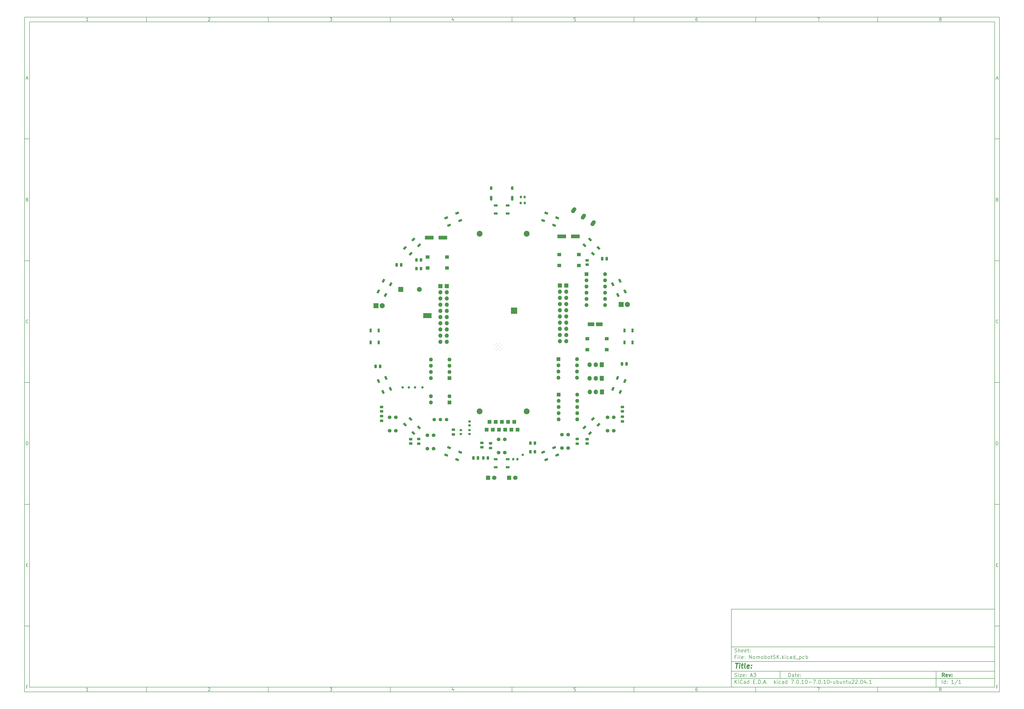
<source format=gbr>
%TF.GenerationSoftware,KiCad,Pcbnew,7.0.10-7.0.10~ubuntu22.04.1*%
%TF.CreationDate,2024-02-07T11:44:00+07:00*%
%TF.ProjectId,NomobotSK,4e6f6d6f-626f-4745-934b-2e6b69636164,rev?*%
%TF.SameCoordinates,Original*%
%TF.FileFunction,Copper,L1,Top*%
%TF.FilePolarity,Positive*%
%FSLAX46Y46*%
G04 Gerber Fmt 4.6, Leading zero omitted, Abs format (unit mm)*
G04 Created by KiCad (PCBNEW 7.0.10-7.0.10~ubuntu22.04.1) date 2024-02-07 11:44:00*
%MOMM*%
%LPD*%
G01*
G04 APERTURE LIST*
G04 Aperture macros list*
%AMRoundRect*
0 Rectangle with rounded corners*
0 $1 Rounding radius*
0 $2 $3 $4 $5 $6 $7 $8 $9 X,Y pos of 4 corners*
0 Add a 4 corners polygon primitive as box body*
4,1,4,$2,$3,$4,$5,$6,$7,$8,$9,$2,$3,0*
0 Add four circle primitives for the rounded corners*
1,1,$1+$1,$2,$3*
1,1,$1+$1,$4,$5*
1,1,$1+$1,$6,$7*
1,1,$1+$1,$8,$9*
0 Add four rect primitives between the rounded corners*
20,1,$1+$1,$2,$3,$4,$5,0*
20,1,$1+$1,$4,$5,$6,$7,0*
20,1,$1+$1,$6,$7,$8,$9,0*
20,1,$1+$1,$8,$9,$2,$3,0*%
%AMHorizOval*
0 Thick line with rounded ends*
0 $1 width*
0 $2 $3 position (X,Y) of the first rounded end (center of the circle)*
0 $4 $5 position (X,Y) of the second rounded end (center of the circle)*
0 Add line between two ends*
20,1,$1,$2,$3,$4,$5,0*
0 Add two circle primitives to create the rounded ends*
1,1,$1,$2,$3*
1,1,$1,$4,$5*%
%AMRotRect*
0 Rectangle, with rotation*
0 The origin of the aperture is its center*
0 $1 length*
0 $2 width*
0 $3 Rotation angle, in degrees counterclockwise*
0 Add horizontal line*
21,1,$1,$2,0,0,$3*%
G04 Aperture macros list end*
%ADD10C,0.100000*%
%ADD11C,0.150000*%
%ADD12C,0.300000*%
%ADD13C,0.400000*%
%TA.AperFunction,SMDPad,CuDef*%
%ADD14RoundRect,0.243750X0.456250X-0.243750X0.456250X0.243750X-0.456250X0.243750X-0.456250X-0.243750X0*%
%TD*%
%TA.AperFunction,SMDPad,CuDef*%
%ADD15RoundRect,0.200000X-0.275000X0.200000X-0.275000X-0.200000X0.275000X-0.200000X0.275000X0.200000X0*%
%TD*%
%TA.AperFunction,ComponentPad*%
%ADD16RoundRect,0.250000X0.600000X0.725000X-0.600000X0.725000X-0.600000X-0.725000X0.600000X-0.725000X0*%
%TD*%
%TA.AperFunction,ComponentPad*%
%ADD17O,1.700000X1.950000*%
%TD*%
%TA.AperFunction,SMDPad,CuDef*%
%ADD18RotRect,1.500000X0.900000X202.500000*%
%TD*%
%TA.AperFunction,SMDPad,CuDef*%
%ADD19RotRect,1.500000X0.900000X67.500000*%
%TD*%
%TA.AperFunction,ComponentPad*%
%ADD20R,1.600000X1.600000*%
%TD*%
%TA.AperFunction,ComponentPad*%
%ADD21O,1.600000X1.600000*%
%TD*%
%TA.AperFunction,SMDPad,CuDef*%
%ADD22R,1.600000X1.400000*%
%TD*%
%TA.AperFunction,ComponentPad*%
%ADD23R,2.000000X2.000000*%
%TD*%
%TA.AperFunction,ComponentPad*%
%ADD24C,2.000000*%
%TD*%
%TA.AperFunction,SMDPad,CuDef*%
%ADD25RotRect,1.500000X0.900000X157.500000*%
%TD*%
%TA.AperFunction,ComponentPad*%
%ADD26C,2.400000*%
%TD*%
%TA.AperFunction,SMDPad,CuDef*%
%ADD27RoundRect,0.250000X-0.262500X-0.450000X0.262500X-0.450000X0.262500X0.450000X-0.262500X0.450000X0*%
%TD*%
%TA.AperFunction,SMDPad,CuDef*%
%ADD28C,1.000000*%
%TD*%
%TA.AperFunction,SMDPad,CuDef*%
%ADD29R,1.500000X0.900000*%
%TD*%
%TA.AperFunction,SMDPad,CuDef*%
%ADD30RoundRect,0.250000X1.075000X0.550000X-1.075000X0.550000X-1.075000X-0.550000X1.075000X-0.550000X0*%
%TD*%
%TA.AperFunction,SMDPad,CuDef*%
%ADD31RoundRect,0.243750X-0.456250X0.243750X-0.456250X-0.243750X0.456250X-0.243750X0.456250X0.243750X0*%
%TD*%
%TA.AperFunction,SMDPad,CuDef*%
%ADD32RotRect,1.500000X0.900000X115.500000*%
%TD*%
%TA.AperFunction,ComponentPad*%
%ADD33R,1.700000X1.700000*%
%TD*%
%TA.AperFunction,ComponentPad*%
%ADD34O,1.700000X1.700000*%
%TD*%
%TA.AperFunction,SMDPad,CuDef*%
%ADD35RoundRect,0.250000X1.500000X0.550000X-1.500000X0.550000X-1.500000X-0.550000X1.500000X-0.550000X0*%
%TD*%
%TA.AperFunction,SMDPad,CuDef*%
%ADD36RoundRect,0.250000X0.262500X0.450000X-0.262500X0.450000X-0.262500X-0.450000X0.262500X-0.450000X0*%
%TD*%
%TA.AperFunction,SMDPad,CuDef*%
%ADD37RoundRect,0.225000X-0.225000X-0.250000X0.225000X-0.250000X0.225000X0.250000X-0.225000X0.250000X0*%
%TD*%
%TA.AperFunction,SMDPad,CuDef*%
%ADD38RoundRect,0.250000X0.250000X0.475000X-0.250000X0.475000X-0.250000X-0.475000X0.250000X-0.475000X0*%
%TD*%
%TA.AperFunction,SMDPad,CuDef*%
%ADD39RotRect,1.500000X0.900000X292.500000*%
%TD*%
%TA.AperFunction,SMDPad,CuDef*%
%ADD40RoundRect,0.250000X0.450000X-0.262500X0.450000X0.262500X-0.450000X0.262500X-0.450000X-0.262500X0*%
%TD*%
%TA.AperFunction,ComponentPad*%
%ADD41R,1.800000X1.800000*%
%TD*%
%TA.AperFunction,ComponentPad*%
%ADD42C,1.800000*%
%TD*%
%TA.AperFunction,SMDPad,CuDef*%
%ADD43R,0.900000X1.500000*%
%TD*%
%TA.AperFunction,SMDPad,CuDef*%
%ADD44RoundRect,0.200000X0.200000X0.275000X-0.200000X0.275000X-0.200000X-0.275000X0.200000X-0.275000X0*%
%TD*%
%TA.AperFunction,SMDPad,CuDef*%
%ADD45RoundRect,0.200000X-0.200000X-0.275000X0.200000X-0.275000X0.200000X0.275000X-0.200000X0.275000X0*%
%TD*%
%TA.AperFunction,SMDPad,CuDef*%
%ADD46RoundRect,0.218750X0.256250X-0.218750X0.256250X0.218750X-0.256250X0.218750X-0.256250X-0.218750X0*%
%TD*%
%TA.AperFunction,SMDPad,CuDef*%
%ADD47RoundRect,0.250000X-0.250000X-0.475000X0.250000X-0.475000X0.250000X0.475000X-0.250000X0.475000X0*%
%TD*%
%TA.AperFunction,ComponentPad*%
%ADD48HorizOval,1.600000X-0.277785X-0.415735X0.277785X0.415735X0*%
%TD*%
%TA.AperFunction,SMDPad,CuDef*%
%ADD49RotRect,1.500000X0.900000X225.000000*%
%TD*%
%TA.AperFunction,SMDPad,CuDef*%
%ADD50RotRect,1.500000X0.900000X315.000000*%
%TD*%
%TA.AperFunction,SMDPad,CuDef*%
%ADD51RotRect,1.500000X0.900000X337.500000*%
%TD*%
%TA.AperFunction,SMDPad,CuDef*%
%ADD52RoundRect,0.250000X-0.450000X0.262500X-0.450000X-0.262500X0.450000X-0.262500X0.450000X0.262500X0*%
%TD*%
%TA.AperFunction,SMDPad,CuDef*%
%ADD53RotRect,1.500000X0.900000X244.500000*%
%TD*%
%TA.AperFunction,ComponentPad*%
%ADD54C,1.440000*%
%TD*%
%TA.AperFunction,SMDPad,CuDef*%
%ADD55RotRect,1.500000X0.900000X135.000000*%
%TD*%
%TA.AperFunction,SMDPad,CuDef*%
%ADD56RotRect,1.500000X0.900000X45.000000*%
%TD*%
%TA.AperFunction,ConnectorPad*%
%ADD57R,1.524000X1.524000*%
%TD*%
%TA.AperFunction,SMDPad,CuDef*%
%ADD58RotRect,1.500000X0.900000X22.500000*%
%TD*%
%TA.AperFunction,SMDPad,CuDef*%
%ADD59RoundRect,0.250000X-1.500000X-0.550000X1.500000X-0.550000X1.500000X0.550000X-1.500000X0.550000X0*%
%TD*%
%TA.AperFunction,ComponentPad*%
%ADD60C,1.500000*%
%TD*%
%TA.AperFunction,ComponentPad*%
%ADD61O,1.000000X1.600000*%
%TD*%
%TA.AperFunction,ComponentPad*%
%ADD62O,1.000000X2.100000*%
%TD*%
%TA.AperFunction,ComponentPad*%
%ADD63C,0.300000*%
%TD*%
%TA.AperFunction,ComponentPad*%
%ADD64R,2.100000X2.100000*%
%TD*%
%TA.AperFunction,ComponentPad*%
%ADD65C,2.100000*%
%TD*%
%TA.AperFunction,ComponentPad*%
%ADD66C,0.500000*%
%TD*%
%TA.AperFunction,SMDPad,CuDef*%
%ADD67R,2.600000X2.600000*%
%TD*%
%TA.AperFunction,SMDPad,CuDef*%
%ADD68R,3.500000X2.000000*%
%TD*%
G04 APERTURE END LIST*
D10*
D11*
X299989000Y-253002200D02*
X407989000Y-253002200D01*
X407989000Y-285002200D01*
X299989000Y-285002200D01*
X299989000Y-253002200D01*
D10*
D11*
X10000000Y-10000000D02*
X409989000Y-10000000D01*
X409989000Y-287002200D01*
X10000000Y-287002200D01*
X10000000Y-10000000D01*
D10*
D11*
X12000000Y-12000000D02*
X407989000Y-12000000D01*
X407989000Y-285002200D01*
X12000000Y-285002200D01*
X12000000Y-12000000D01*
D10*
D11*
X60000000Y-12000000D02*
X60000000Y-10000000D01*
D10*
D11*
X110000000Y-12000000D02*
X110000000Y-10000000D01*
D10*
D11*
X160000000Y-12000000D02*
X160000000Y-10000000D01*
D10*
D11*
X210000000Y-12000000D02*
X210000000Y-10000000D01*
D10*
D11*
X260000000Y-12000000D02*
X260000000Y-10000000D01*
D10*
D11*
X310000000Y-12000000D02*
X310000000Y-10000000D01*
D10*
D11*
X360000000Y-12000000D02*
X360000000Y-10000000D01*
D10*
D11*
X36089160Y-11593604D02*
X35346303Y-11593604D01*
X35717731Y-11593604D02*
X35717731Y-10293604D01*
X35717731Y-10293604D02*
X35593922Y-10479319D01*
X35593922Y-10479319D02*
X35470112Y-10603128D01*
X35470112Y-10603128D02*
X35346303Y-10665033D01*
D10*
D11*
X85346303Y-10417414D02*
X85408207Y-10355509D01*
X85408207Y-10355509D02*
X85532017Y-10293604D01*
X85532017Y-10293604D02*
X85841541Y-10293604D01*
X85841541Y-10293604D02*
X85965350Y-10355509D01*
X85965350Y-10355509D02*
X86027255Y-10417414D01*
X86027255Y-10417414D02*
X86089160Y-10541223D01*
X86089160Y-10541223D02*
X86089160Y-10665033D01*
X86089160Y-10665033D02*
X86027255Y-10850747D01*
X86027255Y-10850747D02*
X85284398Y-11593604D01*
X85284398Y-11593604D02*
X86089160Y-11593604D01*
D10*
D11*
X135284398Y-10293604D02*
X136089160Y-10293604D01*
X136089160Y-10293604D02*
X135655826Y-10788842D01*
X135655826Y-10788842D02*
X135841541Y-10788842D01*
X135841541Y-10788842D02*
X135965350Y-10850747D01*
X135965350Y-10850747D02*
X136027255Y-10912652D01*
X136027255Y-10912652D02*
X136089160Y-11036461D01*
X136089160Y-11036461D02*
X136089160Y-11345985D01*
X136089160Y-11345985D02*
X136027255Y-11469795D01*
X136027255Y-11469795D02*
X135965350Y-11531700D01*
X135965350Y-11531700D02*
X135841541Y-11593604D01*
X135841541Y-11593604D02*
X135470112Y-11593604D01*
X135470112Y-11593604D02*
X135346303Y-11531700D01*
X135346303Y-11531700D02*
X135284398Y-11469795D01*
D10*
D11*
X185965350Y-10726938D02*
X185965350Y-11593604D01*
X185655826Y-10231700D02*
X185346303Y-11160271D01*
X185346303Y-11160271D02*
X186151064Y-11160271D01*
D10*
D11*
X236027255Y-10293604D02*
X235408207Y-10293604D01*
X235408207Y-10293604D02*
X235346303Y-10912652D01*
X235346303Y-10912652D02*
X235408207Y-10850747D01*
X235408207Y-10850747D02*
X235532017Y-10788842D01*
X235532017Y-10788842D02*
X235841541Y-10788842D01*
X235841541Y-10788842D02*
X235965350Y-10850747D01*
X235965350Y-10850747D02*
X236027255Y-10912652D01*
X236027255Y-10912652D02*
X236089160Y-11036461D01*
X236089160Y-11036461D02*
X236089160Y-11345985D01*
X236089160Y-11345985D02*
X236027255Y-11469795D01*
X236027255Y-11469795D02*
X235965350Y-11531700D01*
X235965350Y-11531700D02*
X235841541Y-11593604D01*
X235841541Y-11593604D02*
X235532017Y-11593604D01*
X235532017Y-11593604D02*
X235408207Y-11531700D01*
X235408207Y-11531700D02*
X235346303Y-11469795D01*
D10*
D11*
X285965350Y-10293604D02*
X285717731Y-10293604D01*
X285717731Y-10293604D02*
X285593922Y-10355509D01*
X285593922Y-10355509D02*
X285532017Y-10417414D01*
X285532017Y-10417414D02*
X285408207Y-10603128D01*
X285408207Y-10603128D02*
X285346303Y-10850747D01*
X285346303Y-10850747D02*
X285346303Y-11345985D01*
X285346303Y-11345985D02*
X285408207Y-11469795D01*
X285408207Y-11469795D02*
X285470112Y-11531700D01*
X285470112Y-11531700D02*
X285593922Y-11593604D01*
X285593922Y-11593604D02*
X285841541Y-11593604D01*
X285841541Y-11593604D02*
X285965350Y-11531700D01*
X285965350Y-11531700D02*
X286027255Y-11469795D01*
X286027255Y-11469795D02*
X286089160Y-11345985D01*
X286089160Y-11345985D02*
X286089160Y-11036461D01*
X286089160Y-11036461D02*
X286027255Y-10912652D01*
X286027255Y-10912652D02*
X285965350Y-10850747D01*
X285965350Y-10850747D02*
X285841541Y-10788842D01*
X285841541Y-10788842D02*
X285593922Y-10788842D01*
X285593922Y-10788842D02*
X285470112Y-10850747D01*
X285470112Y-10850747D02*
X285408207Y-10912652D01*
X285408207Y-10912652D02*
X285346303Y-11036461D01*
D10*
D11*
X335284398Y-10293604D02*
X336151064Y-10293604D01*
X336151064Y-10293604D02*
X335593922Y-11593604D01*
D10*
D11*
X385593922Y-10850747D02*
X385470112Y-10788842D01*
X385470112Y-10788842D02*
X385408207Y-10726938D01*
X385408207Y-10726938D02*
X385346303Y-10603128D01*
X385346303Y-10603128D02*
X385346303Y-10541223D01*
X385346303Y-10541223D02*
X385408207Y-10417414D01*
X385408207Y-10417414D02*
X385470112Y-10355509D01*
X385470112Y-10355509D02*
X385593922Y-10293604D01*
X385593922Y-10293604D02*
X385841541Y-10293604D01*
X385841541Y-10293604D02*
X385965350Y-10355509D01*
X385965350Y-10355509D02*
X386027255Y-10417414D01*
X386027255Y-10417414D02*
X386089160Y-10541223D01*
X386089160Y-10541223D02*
X386089160Y-10603128D01*
X386089160Y-10603128D02*
X386027255Y-10726938D01*
X386027255Y-10726938D02*
X385965350Y-10788842D01*
X385965350Y-10788842D02*
X385841541Y-10850747D01*
X385841541Y-10850747D02*
X385593922Y-10850747D01*
X385593922Y-10850747D02*
X385470112Y-10912652D01*
X385470112Y-10912652D02*
X385408207Y-10974557D01*
X385408207Y-10974557D02*
X385346303Y-11098366D01*
X385346303Y-11098366D02*
X385346303Y-11345985D01*
X385346303Y-11345985D02*
X385408207Y-11469795D01*
X385408207Y-11469795D02*
X385470112Y-11531700D01*
X385470112Y-11531700D02*
X385593922Y-11593604D01*
X385593922Y-11593604D02*
X385841541Y-11593604D01*
X385841541Y-11593604D02*
X385965350Y-11531700D01*
X385965350Y-11531700D02*
X386027255Y-11469795D01*
X386027255Y-11469795D02*
X386089160Y-11345985D01*
X386089160Y-11345985D02*
X386089160Y-11098366D01*
X386089160Y-11098366D02*
X386027255Y-10974557D01*
X386027255Y-10974557D02*
X385965350Y-10912652D01*
X385965350Y-10912652D02*
X385841541Y-10850747D01*
D10*
D11*
X60000000Y-285002200D02*
X60000000Y-287002200D01*
D10*
D11*
X110000000Y-285002200D02*
X110000000Y-287002200D01*
D10*
D11*
X160000000Y-285002200D02*
X160000000Y-287002200D01*
D10*
D11*
X210000000Y-285002200D02*
X210000000Y-287002200D01*
D10*
D11*
X260000000Y-285002200D02*
X260000000Y-287002200D01*
D10*
D11*
X310000000Y-285002200D02*
X310000000Y-287002200D01*
D10*
D11*
X360000000Y-285002200D02*
X360000000Y-287002200D01*
D10*
D11*
X36089160Y-286595804D02*
X35346303Y-286595804D01*
X35717731Y-286595804D02*
X35717731Y-285295804D01*
X35717731Y-285295804D02*
X35593922Y-285481519D01*
X35593922Y-285481519D02*
X35470112Y-285605328D01*
X35470112Y-285605328D02*
X35346303Y-285667233D01*
D10*
D11*
X85346303Y-285419614D02*
X85408207Y-285357709D01*
X85408207Y-285357709D02*
X85532017Y-285295804D01*
X85532017Y-285295804D02*
X85841541Y-285295804D01*
X85841541Y-285295804D02*
X85965350Y-285357709D01*
X85965350Y-285357709D02*
X86027255Y-285419614D01*
X86027255Y-285419614D02*
X86089160Y-285543423D01*
X86089160Y-285543423D02*
X86089160Y-285667233D01*
X86089160Y-285667233D02*
X86027255Y-285852947D01*
X86027255Y-285852947D02*
X85284398Y-286595804D01*
X85284398Y-286595804D02*
X86089160Y-286595804D01*
D10*
D11*
X135284398Y-285295804D02*
X136089160Y-285295804D01*
X136089160Y-285295804D02*
X135655826Y-285791042D01*
X135655826Y-285791042D02*
X135841541Y-285791042D01*
X135841541Y-285791042D02*
X135965350Y-285852947D01*
X135965350Y-285852947D02*
X136027255Y-285914852D01*
X136027255Y-285914852D02*
X136089160Y-286038661D01*
X136089160Y-286038661D02*
X136089160Y-286348185D01*
X136089160Y-286348185D02*
X136027255Y-286471995D01*
X136027255Y-286471995D02*
X135965350Y-286533900D01*
X135965350Y-286533900D02*
X135841541Y-286595804D01*
X135841541Y-286595804D02*
X135470112Y-286595804D01*
X135470112Y-286595804D02*
X135346303Y-286533900D01*
X135346303Y-286533900D02*
X135284398Y-286471995D01*
D10*
D11*
X185965350Y-285729138D02*
X185965350Y-286595804D01*
X185655826Y-285233900D02*
X185346303Y-286162471D01*
X185346303Y-286162471D02*
X186151064Y-286162471D01*
D10*
D11*
X236027255Y-285295804D02*
X235408207Y-285295804D01*
X235408207Y-285295804D02*
X235346303Y-285914852D01*
X235346303Y-285914852D02*
X235408207Y-285852947D01*
X235408207Y-285852947D02*
X235532017Y-285791042D01*
X235532017Y-285791042D02*
X235841541Y-285791042D01*
X235841541Y-285791042D02*
X235965350Y-285852947D01*
X235965350Y-285852947D02*
X236027255Y-285914852D01*
X236027255Y-285914852D02*
X236089160Y-286038661D01*
X236089160Y-286038661D02*
X236089160Y-286348185D01*
X236089160Y-286348185D02*
X236027255Y-286471995D01*
X236027255Y-286471995D02*
X235965350Y-286533900D01*
X235965350Y-286533900D02*
X235841541Y-286595804D01*
X235841541Y-286595804D02*
X235532017Y-286595804D01*
X235532017Y-286595804D02*
X235408207Y-286533900D01*
X235408207Y-286533900D02*
X235346303Y-286471995D01*
D10*
D11*
X285965350Y-285295804D02*
X285717731Y-285295804D01*
X285717731Y-285295804D02*
X285593922Y-285357709D01*
X285593922Y-285357709D02*
X285532017Y-285419614D01*
X285532017Y-285419614D02*
X285408207Y-285605328D01*
X285408207Y-285605328D02*
X285346303Y-285852947D01*
X285346303Y-285852947D02*
X285346303Y-286348185D01*
X285346303Y-286348185D02*
X285408207Y-286471995D01*
X285408207Y-286471995D02*
X285470112Y-286533900D01*
X285470112Y-286533900D02*
X285593922Y-286595804D01*
X285593922Y-286595804D02*
X285841541Y-286595804D01*
X285841541Y-286595804D02*
X285965350Y-286533900D01*
X285965350Y-286533900D02*
X286027255Y-286471995D01*
X286027255Y-286471995D02*
X286089160Y-286348185D01*
X286089160Y-286348185D02*
X286089160Y-286038661D01*
X286089160Y-286038661D02*
X286027255Y-285914852D01*
X286027255Y-285914852D02*
X285965350Y-285852947D01*
X285965350Y-285852947D02*
X285841541Y-285791042D01*
X285841541Y-285791042D02*
X285593922Y-285791042D01*
X285593922Y-285791042D02*
X285470112Y-285852947D01*
X285470112Y-285852947D02*
X285408207Y-285914852D01*
X285408207Y-285914852D02*
X285346303Y-286038661D01*
D10*
D11*
X335284398Y-285295804D02*
X336151064Y-285295804D01*
X336151064Y-285295804D02*
X335593922Y-286595804D01*
D10*
D11*
X385593922Y-285852947D02*
X385470112Y-285791042D01*
X385470112Y-285791042D02*
X385408207Y-285729138D01*
X385408207Y-285729138D02*
X385346303Y-285605328D01*
X385346303Y-285605328D02*
X385346303Y-285543423D01*
X385346303Y-285543423D02*
X385408207Y-285419614D01*
X385408207Y-285419614D02*
X385470112Y-285357709D01*
X385470112Y-285357709D02*
X385593922Y-285295804D01*
X385593922Y-285295804D02*
X385841541Y-285295804D01*
X385841541Y-285295804D02*
X385965350Y-285357709D01*
X385965350Y-285357709D02*
X386027255Y-285419614D01*
X386027255Y-285419614D02*
X386089160Y-285543423D01*
X386089160Y-285543423D02*
X386089160Y-285605328D01*
X386089160Y-285605328D02*
X386027255Y-285729138D01*
X386027255Y-285729138D02*
X385965350Y-285791042D01*
X385965350Y-285791042D02*
X385841541Y-285852947D01*
X385841541Y-285852947D02*
X385593922Y-285852947D01*
X385593922Y-285852947D02*
X385470112Y-285914852D01*
X385470112Y-285914852D02*
X385408207Y-285976757D01*
X385408207Y-285976757D02*
X385346303Y-286100566D01*
X385346303Y-286100566D02*
X385346303Y-286348185D01*
X385346303Y-286348185D02*
X385408207Y-286471995D01*
X385408207Y-286471995D02*
X385470112Y-286533900D01*
X385470112Y-286533900D02*
X385593922Y-286595804D01*
X385593922Y-286595804D02*
X385841541Y-286595804D01*
X385841541Y-286595804D02*
X385965350Y-286533900D01*
X385965350Y-286533900D02*
X386027255Y-286471995D01*
X386027255Y-286471995D02*
X386089160Y-286348185D01*
X386089160Y-286348185D02*
X386089160Y-286100566D01*
X386089160Y-286100566D02*
X386027255Y-285976757D01*
X386027255Y-285976757D02*
X385965350Y-285914852D01*
X385965350Y-285914852D02*
X385841541Y-285852947D01*
D10*
D11*
X10000000Y-60000000D02*
X12000000Y-60000000D01*
D10*
D11*
X10000000Y-110000000D02*
X12000000Y-110000000D01*
D10*
D11*
X10000000Y-160000000D02*
X12000000Y-160000000D01*
D10*
D11*
X10000000Y-210000000D02*
X12000000Y-210000000D01*
D10*
D11*
X10000000Y-260000000D02*
X12000000Y-260000000D01*
D10*
D11*
X10690476Y-35222176D02*
X11309523Y-35222176D01*
X10566666Y-35593604D02*
X10999999Y-34293604D01*
X10999999Y-34293604D02*
X11433333Y-35593604D01*
D10*
D11*
X11092857Y-84912652D02*
X11278571Y-84974557D01*
X11278571Y-84974557D02*
X11340476Y-85036461D01*
X11340476Y-85036461D02*
X11402380Y-85160271D01*
X11402380Y-85160271D02*
X11402380Y-85345985D01*
X11402380Y-85345985D02*
X11340476Y-85469795D01*
X11340476Y-85469795D02*
X11278571Y-85531700D01*
X11278571Y-85531700D02*
X11154761Y-85593604D01*
X11154761Y-85593604D02*
X10659523Y-85593604D01*
X10659523Y-85593604D02*
X10659523Y-84293604D01*
X10659523Y-84293604D02*
X11092857Y-84293604D01*
X11092857Y-84293604D02*
X11216666Y-84355509D01*
X11216666Y-84355509D02*
X11278571Y-84417414D01*
X11278571Y-84417414D02*
X11340476Y-84541223D01*
X11340476Y-84541223D02*
X11340476Y-84665033D01*
X11340476Y-84665033D02*
X11278571Y-84788842D01*
X11278571Y-84788842D02*
X11216666Y-84850747D01*
X11216666Y-84850747D02*
X11092857Y-84912652D01*
X11092857Y-84912652D02*
X10659523Y-84912652D01*
D10*
D11*
X11402380Y-135469795D02*
X11340476Y-135531700D01*
X11340476Y-135531700D02*
X11154761Y-135593604D01*
X11154761Y-135593604D02*
X11030952Y-135593604D01*
X11030952Y-135593604D02*
X10845238Y-135531700D01*
X10845238Y-135531700D02*
X10721428Y-135407890D01*
X10721428Y-135407890D02*
X10659523Y-135284080D01*
X10659523Y-135284080D02*
X10597619Y-135036461D01*
X10597619Y-135036461D02*
X10597619Y-134850747D01*
X10597619Y-134850747D02*
X10659523Y-134603128D01*
X10659523Y-134603128D02*
X10721428Y-134479319D01*
X10721428Y-134479319D02*
X10845238Y-134355509D01*
X10845238Y-134355509D02*
X11030952Y-134293604D01*
X11030952Y-134293604D02*
X11154761Y-134293604D01*
X11154761Y-134293604D02*
X11340476Y-134355509D01*
X11340476Y-134355509D02*
X11402380Y-134417414D01*
D10*
D11*
X10659523Y-185593604D02*
X10659523Y-184293604D01*
X10659523Y-184293604D02*
X10969047Y-184293604D01*
X10969047Y-184293604D02*
X11154761Y-184355509D01*
X11154761Y-184355509D02*
X11278571Y-184479319D01*
X11278571Y-184479319D02*
X11340476Y-184603128D01*
X11340476Y-184603128D02*
X11402380Y-184850747D01*
X11402380Y-184850747D02*
X11402380Y-185036461D01*
X11402380Y-185036461D02*
X11340476Y-185284080D01*
X11340476Y-185284080D02*
X11278571Y-185407890D01*
X11278571Y-185407890D02*
X11154761Y-185531700D01*
X11154761Y-185531700D02*
X10969047Y-185593604D01*
X10969047Y-185593604D02*
X10659523Y-185593604D01*
D10*
D11*
X10721428Y-234912652D02*
X11154762Y-234912652D01*
X11340476Y-235593604D02*
X10721428Y-235593604D01*
X10721428Y-235593604D02*
X10721428Y-234293604D01*
X10721428Y-234293604D02*
X11340476Y-234293604D01*
D10*
D11*
X11185714Y-284912652D02*
X10752380Y-284912652D01*
X10752380Y-285593604D02*
X10752380Y-284293604D01*
X10752380Y-284293604D02*
X11371428Y-284293604D01*
D10*
D11*
X409989000Y-60000000D02*
X407989000Y-60000000D01*
D10*
D11*
X409989000Y-110000000D02*
X407989000Y-110000000D01*
D10*
D11*
X409989000Y-160000000D02*
X407989000Y-160000000D01*
D10*
D11*
X409989000Y-210000000D02*
X407989000Y-210000000D01*
D10*
D11*
X409989000Y-260000000D02*
X407989000Y-260000000D01*
D10*
D11*
X408679476Y-35222176D02*
X409298523Y-35222176D01*
X408555666Y-35593604D02*
X408988999Y-34293604D01*
X408988999Y-34293604D02*
X409422333Y-35593604D01*
D10*
D11*
X409081857Y-84912652D02*
X409267571Y-84974557D01*
X409267571Y-84974557D02*
X409329476Y-85036461D01*
X409329476Y-85036461D02*
X409391380Y-85160271D01*
X409391380Y-85160271D02*
X409391380Y-85345985D01*
X409391380Y-85345985D02*
X409329476Y-85469795D01*
X409329476Y-85469795D02*
X409267571Y-85531700D01*
X409267571Y-85531700D02*
X409143761Y-85593604D01*
X409143761Y-85593604D02*
X408648523Y-85593604D01*
X408648523Y-85593604D02*
X408648523Y-84293604D01*
X408648523Y-84293604D02*
X409081857Y-84293604D01*
X409081857Y-84293604D02*
X409205666Y-84355509D01*
X409205666Y-84355509D02*
X409267571Y-84417414D01*
X409267571Y-84417414D02*
X409329476Y-84541223D01*
X409329476Y-84541223D02*
X409329476Y-84665033D01*
X409329476Y-84665033D02*
X409267571Y-84788842D01*
X409267571Y-84788842D02*
X409205666Y-84850747D01*
X409205666Y-84850747D02*
X409081857Y-84912652D01*
X409081857Y-84912652D02*
X408648523Y-84912652D01*
D10*
D11*
X409391380Y-135469795D02*
X409329476Y-135531700D01*
X409329476Y-135531700D02*
X409143761Y-135593604D01*
X409143761Y-135593604D02*
X409019952Y-135593604D01*
X409019952Y-135593604D02*
X408834238Y-135531700D01*
X408834238Y-135531700D02*
X408710428Y-135407890D01*
X408710428Y-135407890D02*
X408648523Y-135284080D01*
X408648523Y-135284080D02*
X408586619Y-135036461D01*
X408586619Y-135036461D02*
X408586619Y-134850747D01*
X408586619Y-134850747D02*
X408648523Y-134603128D01*
X408648523Y-134603128D02*
X408710428Y-134479319D01*
X408710428Y-134479319D02*
X408834238Y-134355509D01*
X408834238Y-134355509D02*
X409019952Y-134293604D01*
X409019952Y-134293604D02*
X409143761Y-134293604D01*
X409143761Y-134293604D02*
X409329476Y-134355509D01*
X409329476Y-134355509D02*
X409391380Y-134417414D01*
D10*
D11*
X408648523Y-185593604D02*
X408648523Y-184293604D01*
X408648523Y-184293604D02*
X408958047Y-184293604D01*
X408958047Y-184293604D02*
X409143761Y-184355509D01*
X409143761Y-184355509D02*
X409267571Y-184479319D01*
X409267571Y-184479319D02*
X409329476Y-184603128D01*
X409329476Y-184603128D02*
X409391380Y-184850747D01*
X409391380Y-184850747D02*
X409391380Y-185036461D01*
X409391380Y-185036461D02*
X409329476Y-185284080D01*
X409329476Y-185284080D02*
X409267571Y-185407890D01*
X409267571Y-185407890D02*
X409143761Y-185531700D01*
X409143761Y-185531700D02*
X408958047Y-185593604D01*
X408958047Y-185593604D02*
X408648523Y-185593604D01*
D10*
D11*
X408710428Y-234912652D02*
X409143762Y-234912652D01*
X409329476Y-235593604D02*
X408710428Y-235593604D01*
X408710428Y-235593604D02*
X408710428Y-234293604D01*
X408710428Y-234293604D02*
X409329476Y-234293604D01*
D10*
D11*
X409174714Y-284912652D02*
X408741380Y-284912652D01*
X408741380Y-285593604D02*
X408741380Y-284293604D01*
X408741380Y-284293604D02*
X409360428Y-284293604D01*
D10*
D11*
X323444826Y-280788328D02*
X323444826Y-279288328D01*
X323444826Y-279288328D02*
X323801969Y-279288328D01*
X323801969Y-279288328D02*
X324016255Y-279359757D01*
X324016255Y-279359757D02*
X324159112Y-279502614D01*
X324159112Y-279502614D02*
X324230541Y-279645471D01*
X324230541Y-279645471D02*
X324301969Y-279931185D01*
X324301969Y-279931185D02*
X324301969Y-280145471D01*
X324301969Y-280145471D02*
X324230541Y-280431185D01*
X324230541Y-280431185D02*
X324159112Y-280574042D01*
X324159112Y-280574042D02*
X324016255Y-280716900D01*
X324016255Y-280716900D02*
X323801969Y-280788328D01*
X323801969Y-280788328D02*
X323444826Y-280788328D01*
X325587684Y-280788328D02*
X325587684Y-280002614D01*
X325587684Y-280002614D02*
X325516255Y-279859757D01*
X325516255Y-279859757D02*
X325373398Y-279788328D01*
X325373398Y-279788328D02*
X325087684Y-279788328D01*
X325087684Y-279788328D02*
X324944826Y-279859757D01*
X325587684Y-280716900D02*
X325444826Y-280788328D01*
X325444826Y-280788328D02*
X325087684Y-280788328D01*
X325087684Y-280788328D02*
X324944826Y-280716900D01*
X324944826Y-280716900D02*
X324873398Y-280574042D01*
X324873398Y-280574042D02*
X324873398Y-280431185D01*
X324873398Y-280431185D02*
X324944826Y-280288328D01*
X324944826Y-280288328D02*
X325087684Y-280216900D01*
X325087684Y-280216900D02*
X325444826Y-280216900D01*
X325444826Y-280216900D02*
X325587684Y-280145471D01*
X326087684Y-279788328D02*
X326659112Y-279788328D01*
X326301969Y-279288328D02*
X326301969Y-280574042D01*
X326301969Y-280574042D02*
X326373398Y-280716900D01*
X326373398Y-280716900D02*
X326516255Y-280788328D01*
X326516255Y-280788328D02*
X326659112Y-280788328D01*
X327730541Y-280716900D02*
X327587684Y-280788328D01*
X327587684Y-280788328D02*
X327301970Y-280788328D01*
X327301970Y-280788328D02*
X327159112Y-280716900D01*
X327159112Y-280716900D02*
X327087684Y-280574042D01*
X327087684Y-280574042D02*
X327087684Y-280002614D01*
X327087684Y-280002614D02*
X327159112Y-279859757D01*
X327159112Y-279859757D02*
X327301970Y-279788328D01*
X327301970Y-279788328D02*
X327587684Y-279788328D01*
X327587684Y-279788328D02*
X327730541Y-279859757D01*
X327730541Y-279859757D02*
X327801970Y-280002614D01*
X327801970Y-280002614D02*
X327801970Y-280145471D01*
X327801970Y-280145471D02*
X327087684Y-280288328D01*
X328444826Y-280645471D02*
X328516255Y-280716900D01*
X328516255Y-280716900D02*
X328444826Y-280788328D01*
X328444826Y-280788328D02*
X328373398Y-280716900D01*
X328373398Y-280716900D02*
X328444826Y-280645471D01*
X328444826Y-280645471D02*
X328444826Y-280788328D01*
X328444826Y-279859757D02*
X328516255Y-279931185D01*
X328516255Y-279931185D02*
X328444826Y-280002614D01*
X328444826Y-280002614D02*
X328373398Y-279931185D01*
X328373398Y-279931185D02*
X328444826Y-279859757D01*
X328444826Y-279859757D02*
X328444826Y-280002614D01*
D10*
D11*
X299989000Y-281502200D02*
X407989000Y-281502200D01*
D10*
D11*
X301444826Y-283588328D02*
X301444826Y-282088328D01*
X302301969Y-283588328D02*
X301659112Y-282731185D01*
X302301969Y-282088328D02*
X301444826Y-282945471D01*
X302944826Y-283588328D02*
X302944826Y-282588328D01*
X302944826Y-282088328D02*
X302873398Y-282159757D01*
X302873398Y-282159757D02*
X302944826Y-282231185D01*
X302944826Y-282231185D02*
X303016255Y-282159757D01*
X303016255Y-282159757D02*
X302944826Y-282088328D01*
X302944826Y-282088328D02*
X302944826Y-282231185D01*
X304516255Y-283445471D02*
X304444827Y-283516900D01*
X304444827Y-283516900D02*
X304230541Y-283588328D01*
X304230541Y-283588328D02*
X304087684Y-283588328D01*
X304087684Y-283588328D02*
X303873398Y-283516900D01*
X303873398Y-283516900D02*
X303730541Y-283374042D01*
X303730541Y-283374042D02*
X303659112Y-283231185D01*
X303659112Y-283231185D02*
X303587684Y-282945471D01*
X303587684Y-282945471D02*
X303587684Y-282731185D01*
X303587684Y-282731185D02*
X303659112Y-282445471D01*
X303659112Y-282445471D02*
X303730541Y-282302614D01*
X303730541Y-282302614D02*
X303873398Y-282159757D01*
X303873398Y-282159757D02*
X304087684Y-282088328D01*
X304087684Y-282088328D02*
X304230541Y-282088328D01*
X304230541Y-282088328D02*
X304444827Y-282159757D01*
X304444827Y-282159757D02*
X304516255Y-282231185D01*
X305801970Y-283588328D02*
X305801970Y-282802614D01*
X305801970Y-282802614D02*
X305730541Y-282659757D01*
X305730541Y-282659757D02*
X305587684Y-282588328D01*
X305587684Y-282588328D02*
X305301970Y-282588328D01*
X305301970Y-282588328D02*
X305159112Y-282659757D01*
X305801970Y-283516900D02*
X305659112Y-283588328D01*
X305659112Y-283588328D02*
X305301970Y-283588328D01*
X305301970Y-283588328D02*
X305159112Y-283516900D01*
X305159112Y-283516900D02*
X305087684Y-283374042D01*
X305087684Y-283374042D02*
X305087684Y-283231185D01*
X305087684Y-283231185D02*
X305159112Y-283088328D01*
X305159112Y-283088328D02*
X305301970Y-283016900D01*
X305301970Y-283016900D02*
X305659112Y-283016900D01*
X305659112Y-283016900D02*
X305801970Y-282945471D01*
X307159113Y-283588328D02*
X307159113Y-282088328D01*
X307159113Y-283516900D02*
X307016255Y-283588328D01*
X307016255Y-283588328D02*
X306730541Y-283588328D01*
X306730541Y-283588328D02*
X306587684Y-283516900D01*
X306587684Y-283516900D02*
X306516255Y-283445471D01*
X306516255Y-283445471D02*
X306444827Y-283302614D01*
X306444827Y-283302614D02*
X306444827Y-282874042D01*
X306444827Y-282874042D02*
X306516255Y-282731185D01*
X306516255Y-282731185D02*
X306587684Y-282659757D01*
X306587684Y-282659757D02*
X306730541Y-282588328D01*
X306730541Y-282588328D02*
X307016255Y-282588328D01*
X307016255Y-282588328D02*
X307159113Y-282659757D01*
X309016255Y-282802614D02*
X309516255Y-282802614D01*
X309730541Y-283588328D02*
X309016255Y-283588328D01*
X309016255Y-283588328D02*
X309016255Y-282088328D01*
X309016255Y-282088328D02*
X309730541Y-282088328D01*
X310373398Y-283445471D02*
X310444827Y-283516900D01*
X310444827Y-283516900D02*
X310373398Y-283588328D01*
X310373398Y-283588328D02*
X310301970Y-283516900D01*
X310301970Y-283516900D02*
X310373398Y-283445471D01*
X310373398Y-283445471D02*
X310373398Y-283588328D01*
X311087684Y-283588328D02*
X311087684Y-282088328D01*
X311087684Y-282088328D02*
X311444827Y-282088328D01*
X311444827Y-282088328D02*
X311659113Y-282159757D01*
X311659113Y-282159757D02*
X311801970Y-282302614D01*
X311801970Y-282302614D02*
X311873399Y-282445471D01*
X311873399Y-282445471D02*
X311944827Y-282731185D01*
X311944827Y-282731185D02*
X311944827Y-282945471D01*
X311944827Y-282945471D02*
X311873399Y-283231185D01*
X311873399Y-283231185D02*
X311801970Y-283374042D01*
X311801970Y-283374042D02*
X311659113Y-283516900D01*
X311659113Y-283516900D02*
X311444827Y-283588328D01*
X311444827Y-283588328D02*
X311087684Y-283588328D01*
X312587684Y-283445471D02*
X312659113Y-283516900D01*
X312659113Y-283516900D02*
X312587684Y-283588328D01*
X312587684Y-283588328D02*
X312516256Y-283516900D01*
X312516256Y-283516900D02*
X312587684Y-283445471D01*
X312587684Y-283445471D02*
X312587684Y-283588328D01*
X313230542Y-283159757D02*
X313944828Y-283159757D01*
X313087685Y-283588328D02*
X313587685Y-282088328D01*
X313587685Y-282088328D02*
X314087685Y-283588328D01*
X314587684Y-283445471D02*
X314659113Y-283516900D01*
X314659113Y-283516900D02*
X314587684Y-283588328D01*
X314587684Y-283588328D02*
X314516256Y-283516900D01*
X314516256Y-283516900D02*
X314587684Y-283445471D01*
X314587684Y-283445471D02*
X314587684Y-283588328D01*
X317587684Y-283588328D02*
X317587684Y-282088328D01*
X317730542Y-283016900D02*
X318159113Y-283588328D01*
X318159113Y-282588328D02*
X317587684Y-283159757D01*
X318801970Y-283588328D02*
X318801970Y-282588328D01*
X318801970Y-282088328D02*
X318730542Y-282159757D01*
X318730542Y-282159757D02*
X318801970Y-282231185D01*
X318801970Y-282231185D02*
X318873399Y-282159757D01*
X318873399Y-282159757D02*
X318801970Y-282088328D01*
X318801970Y-282088328D02*
X318801970Y-282231185D01*
X320159114Y-283516900D02*
X320016256Y-283588328D01*
X320016256Y-283588328D02*
X319730542Y-283588328D01*
X319730542Y-283588328D02*
X319587685Y-283516900D01*
X319587685Y-283516900D02*
X319516256Y-283445471D01*
X319516256Y-283445471D02*
X319444828Y-283302614D01*
X319444828Y-283302614D02*
X319444828Y-282874042D01*
X319444828Y-282874042D02*
X319516256Y-282731185D01*
X319516256Y-282731185D02*
X319587685Y-282659757D01*
X319587685Y-282659757D02*
X319730542Y-282588328D01*
X319730542Y-282588328D02*
X320016256Y-282588328D01*
X320016256Y-282588328D02*
X320159114Y-282659757D01*
X321444828Y-283588328D02*
X321444828Y-282802614D01*
X321444828Y-282802614D02*
X321373399Y-282659757D01*
X321373399Y-282659757D02*
X321230542Y-282588328D01*
X321230542Y-282588328D02*
X320944828Y-282588328D01*
X320944828Y-282588328D02*
X320801970Y-282659757D01*
X321444828Y-283516900D02*
X321301970Y-283588328D01*
X321301970Y-283588328D02*
X320944828Y-283588328D01*
X320944828Y-283588328D02*
X320801970Y-283516900D01*
X320801970Y-283516900D02*
X320730542Y-283374042D01*
X320730542Y-283374042D02*
X320730542Y-283231185D01*
X320730542Y-283231185D02*
X320801970Y-283088328D01*
X320801970Y-283088328D02*
X320944828Y-283016900D01*
X320944828Y-283016900D02*
X321301970Y-283016900D01*
X321301970Y-283016900D02*
X321444828Y-282945471D01*
X322801971Y-283588328D02*
X322801971Y-282088328D01*
X322801971Y-283516900D02*
X322659113Y-283588328D01*
X322659113Y-283588328D02*
X322373399Y-283588328D01*
X322373399Y-283588328D02*
X322230542Y-283516900D01*
X322230542Y-283516900D02*
X322159113Y-283445471D01*
X322159113Y-283445471D02*
X322087685Y-283302614D01*
X322087685Y-283302614D02*
X322087685Y-282874042D01*
X322087685Y-282874042D02*
X322159113Y-282731185D01*
X322159113Y-282731185D02*
X322230542Y-282659757D01*
X322230542Y-282659757D02*
X322373399Y-282588328D01*
X322373399Y-282588328D02*
X322659113Y-282588328D01*
X322659113Y-282588328D02*
X322801971Y-282659757D01*
X324516256Y-282088328D02*
X325516256Y-282088328D01*
X325516256Y-282088328D02*
X324873399Y-283588328D01*
X326087684Y-283445471D02*
X326159113Y-283516900D01*
X326159113Y-283516900D02*
X326087684Y-283588328D01*
X326087684Y-283588328D02*
X326016256Y-283516900D01*
X326016256Y-283516900D02*
X326087684Y-283445471D01*
X326087684Y-283445471D02*
X326087684Y-283588328D01*
X327087685Y-282088328D02*
X327230542Y-282088328D01*
X327230542Y-282088328D02*
X327373399Y-282159757D01*
X327373399Y-282159757D02*
X327444828Y-282231185D01*
X327444828Y-282231185D02*
X327516256Y-282374042D01*
X327516256Y-282374042D02*
X327587685Y-282659757D01*
X327587685Y-282659757D02*
X327587685Y-283016900D01*
X327587685Y-283016900D02*
X327516256Y-283302614D01*
X327516256Y-283302614D02*
X327444828Y-283445471D01*
X327444828Y-283445471D02*
X327373399Y-283516900D01*
X327373399Y-283516900D02*
X327230542Y-283588328D01*
X327230542Y-283588328D02*
X327087685Y-283588328D01*
X327087685Y-283588328D02*
X326944828Y-283516900D01*
X326944828Y-283516900D02*
X326873399Y-283445471D01*
X326873399Y-283445471D02*
X326801970Y-283302614D01*
X326801970Y-283302614D02*
X326730542Y-283016900D01*
X326730542Y-283016900D02*
X326730542Y-282659757D01*
X326730542Y-282659757D02*
X326801970Y-282374042D01*
X326801970Y-282374042D02*
X326873399Y-282231185D01*
X326873399Y-282231185D02*
X326944828Y-282159757D01*
X326944828Y-282159757D02*
X327087685Y-282088328D01*
X328230541Y-283445471D02*
X328301970Y-283516900D01*
X328301970Y-283516900D02*
X328230541Y-283588328D01*
X328230541Y-283588328D02*
X328159113Y-283516900D01*
X328159113Y-283516900D02*
X328230541Y-283445471D01*
X328230541Y-283445471D02*
X328230541Y-283588328D01*
X329730542Y-283588328D02*
X328873399Y-283588328D01*
X329301970Y-283588328D02*
X329301970Y-282088328D01*
X329301970Y-282088328D02*
X329159113Y-282302614D01*
X329159113Y-282302614D02*
X329016256Y-282445471D01*
X329016256Y-282445471D02*
X328873399Y-282516900D01*
X330659113Y-282088328D02*
X330801970Y-282088328D01*
X330801970Y-282088328D02*
X330944827Y-282159757D01*
X330944827Y-282159757D02*
X331016256Y-282231185D01*
X331016256Y-282231185D02*
X331087684Y-282374042D01*
X331087684Y-282374042D02*
X331159113Y-282659757D01*
X331159113Y-282659757D02*
X331159113Y-283016900D01*
X331159113Y-283016900D02*
X331087684Y-283302614D01*
X331087684Y-283302614D02*
X331016256Y-283445471D01*
X331016256Y-283445471D02*
X330944827Y-283516900D01*
X330944827Y-283516900D02*
X330801970Y-283588328D01*
X330801970Y-283588328D02*
X330659113Y-283588328D01*
X330659113Y-283588328D02*
X330516256Y-283516900D01*
X330516256Y-283516900D02*
X330444827Y-283445471D01*
X330444827Y-283445471D02*
X330373398Y-283302614D01*
X330373398Y-283302614D02*
X330301970Y-283016900D01*
X330301970Y-283016900D02*
X330301970Y-282659757D01*
X330301970Y-282659757D02*
X330373398Y-282374042D01*
X330373398Y-282374042D02*
X330444827Y-282231185D01*
X330444827Y-282231185D02*
X330516256Y-282159757D01*
X330516256Y-282159757D02*
X330659113Y-282088328D01*
X331801969Y-283016900D02*
X332944827Y-283016900D01*
X333516255Y-282088328D02*
X334516255Y-282088328D01*
X334516255Y-282088328D02*
X333873398Y-283588328D01*
X335087683Y-283445471D02*
X335159112Y-283516900D01*
X335159112Y-283516900D02*
X335087683Y-283588328D01*
X335087683Y-283588328D02*
X335016255Y-283516900D01*
X335016255Y-283516900D02*
X335087683Y-283445471D01*
X335087683Y-283445471D02*
X335087683Y-283588328D01*
X336087684Y-282088328D02*
X336230541Y-282088328D01*
X336230541Y-282088328D02*
X336373398Y-282159757D01*
X336373398Y-282159757D02*
X336444827Y-282231185D01*
X336444827Y-282231185D02*
X336516255Y-282374042D01*
X336516255Y-282374042D02*
X336587684Y-282659757D01*
X336587684Y-282659757D02*
X336587684Y-283016900D01*
X336587684Y-283016900D02*
X336516255Y-283302614D01*
X336516255Y-283302614D02*
X336444827Y-283445471D01*
X336444827Y-283445471D02*
X336373398Y-283516900D01*
X336373398Y-283516900D02*
X336230541Y-283588328D01*
X336230541Y-283588328D02*
X336087684Y-283588328D01*
X336087684Y-283588328D02*
X335944827Y-283516900D01*
X335944827Y-283516900D02*
X335873398Y-283445471D01*
X335873398Y-283445471D02*
X335801969Y-283302614D01*
X335801969Y-283302614D02*
X335730541Y-283016900D01*
X335730541Y-283016900D02*
X335730541Y-282659757D01*
X335730541Y-282659757D02*
X335801969Y-282374042D01*
X335801969Y-282374042D02*
X335873398Y-282231185D01*
X335873398Y-282231185D02*
X335944827Y-282159757D01*
X335944827Y-282159757D02*
X336087684Y-282088328D01*
X337230540Y-283445471D02*
X337301969Y-283516900D01*
X337301969Y-283516900D02*
X337230540Y-283588328D01*
X337230540Y-283588328D02*
X337159112Y-283516900D01*
X337159112Y-283516900D02*
X337230540Y-283445471D01*
X337230540Y-283445471D02*
X337230540Y-283588328D01*
X338730541Y-283588328D02*
X337873398Y-283588328D01*
X338301969Y-283588328D02*
X338301969Y-282088328D01*
X338301969Y-282088328D02*
X338159112Y-282302614D01*
X338159112Y-282302614D02*
X338016255Y-282445471D01*
X338016255Y-282445471D02*
X337873398Y-282516900D01*
X339659112Y-282088328D02*
X339801969Y-282088328D01*
X339801969Y-282088328D02*
X339944826Y-282159757D01*
X339944826Y-282159757D02*
X340016255Y-282231185D01*
X340016255Y-282231185D02*
X340087683Y-282374042D01*
X340087683Y-282374042D02*
X340159112Y-282659757D01*
X340159112Y-282659757D02*
X340159112Y-283016900D01*
X340159112Y-283016900D02*
X340087683Y-283302614D01*
X340087683Y-283302614D02*
X340016255Y-283445471D01*
X340016255Y-283445471D02*
X339944826Y-283516900D01*
X339944826Y-283516900D02*
X339801969Y-283588328D01*
X339801969Y-283588328D02*
X339659112Y-283588328D01*
X339659112Y-283588328D02*
X339516255Y-283516900D01*
X339516255Y-283516900D02*
X339444826Y-283445471D01*
X339444826Y-283445471D02*
X339373397Y-283302614D01*
X339373397Y-283302614D02*
X339301969Y-283016900D01*
X339301969Y-283016900D02*
X339301969Y-282659757D01*
X339301969Y-282659757D02*
X339373397Y-282374042D01*
X339373397Y-282374042D02*
X339444826Y-282231185D01*
X339444826Y-282231185D02*
X339516255Y-282159757D01*
X339516255Y-282159757D02*
X339659112Y-282088328D01*
X340587683Y-283016900D02*
X340659111Y-282945471D01*
X340659111Y-282945471D02*
X340801968Y-282874042D01*
X340801968Y-282874042D02*
X341087683Y-283016900D01*
X341087683Y-283016900D02*
X341230540Y-282945471D01*
X341230540Y-282945471D02*
X341301968Y-282874042D01*
X342516255Y-282588328D02*
X342516255Y-283588328D01*
X341873397Y-282588328D02*
X341873397Y-283374042D01*
X341873397Y-283374042D02*
X341944826Y-283516900D01*
X341944826Y-283516900D02*
X342087683Y-283588328D01*
X342087683Y-283588328D02*
X342301969Y-283588328D01*
X342301969Y-283588328D02*
X342444826Y-283516900D01*
X342444826Y-283516900D02*
X342516255Y-283445471D01*
X343230540Y-283588328D02*
X343230540Y-282088328D01*
X343230540Y-282659757D02*
X343373398Y-282588328D01*
X343373398Y-282588328D02*
X343659112Y-282588328D01*
X343659112Y-282588328D02*
X343801969Y-282659757D01*
X343801969Y-282659757D02*
X343873398Y-282731185D01*
X343873398Y-282731185D02*
X343944826Y-282874042D01*
X343944826Y-282874042D02*
X343944826Y-283302614D01*
X343944826Y-283302614D02*
X343873398Y-283445471D01*
X343873398Y-283445471D02*
X343801969Y-283516900D01*
X343801969Y-283516900D02*
X343659112Y-283588328D01*
X343659112Y-283588328D02*
X343373398Y-283588328D01*
X343373398Y-283588328D02*
X343230540Y-283516900D01*
X345230541Y-282588328D02*
X345230541Y-283588328D01*
X344587683Y-282588328D02*
X344587683Y-283374042D01*
X344587683Y-283374042D02*
X344659112Y-283516900D01*
X344659112Y-283516900D02*
X344801969Y-283588328D01*
X344801969Y-283588328D02*
X345016255Y-283588328D01*
X345016255Y-283588328D02*
X345159112Y-283516900D01*
X345159112Y-283516900D02*
X345230541Y-283445471D01*
X345944826Y-282588328D02*
X345944826Y-283588328D01*
X345944826Y-282731185D02*
X346016255Y-282659757D01*
X346016255Y-282659757D02*
X346159112Y-282588328D01*
X346159112Y-282588328D02*
X346373398Y-282588328D01*
X346373398Y-282588328D02*
X346516255Y-282659757D01*
X346516255Y-282659757D02*
X346587684Y-282802614D01*
X346587684Y-282802614D02*
X346587684Y-283588328D01*
X347087684Y-282588328D02*
X347659112Y-282588328D01*
X347301969Y-282088328D02*
X347301969Y-283374042D01*
X347301969Y-283374042D02*
X347373398Y-283516900D01*
X347373398Y-283516900D02*
X347516255Y-283588328D01*
X347516255Y-283588328D02*
X347659112Y-283588328D01*
X348801970Y-282588328D02*
X348801970Y-283588328D01*
X348159112Y-282588328D02*
X348159112Y-283374042D01*
X348159112Y-283374042D02*
X348230541Y-283516900D01*
X348230541Y-283516900D02*
X348373398Y-283588328D01*
X348373398Y-283588328D02*
X348587684Y-283588328D01*
X348587684Y-283588328D02*
X348730541Y-283516900D01*
X348730541Y-283516900D02*
X348801970Y-283445471D01*
X349444827Y-282231185D02*
X349516255Y-282159757D01*
X349516255Y-282159757D02*
X349659113Y-282088328D01*
X349659113Y-282088328D02*
X350016255Y-282088328D01*
X350016255Y-282088328D02*
X350159113Y-282159757D01*
X350159113Y-282159757D02*
X350230541Y-282231185D01*
X350230541Y-282231185D02*
X350301970Y-282374042D01*
X350301970Y-282374042D02*
X350301970Y-282516900D01*
X350301970Y-282516900D02*
X350230541Y-282731185D01*
X350230541Y-282731185D02*
X349373398Y-283588328D01*
X349373398Y-283588328D02*
X350301970Y-283588328D01*
X350873398Y-282231185D02*
X350944826Y-282159757D01*
X350944826Y-282159757D02*
X351087684Y-282088328D01*
X351087684Y-282088328D02*
X351444826Y-282088328D01*
X351444826Y-282088328D02*
X351587684Y-282159757D01*
X351587684Y-282159757D02*
X351659112Y-282231185D01*
X351659112Y-282231185D02*
X351730541Y-282374042D01*
X351730541Y-282374042D02*
X351730541Y-282516900D01*
X351730541Y-282516900D02*
X351659112Y-282731185D01*
X351659112Y-282731185D02*
X350801969Y-283588328D01*
X350801969Y-283588328D02*
X351730541Y-283588328D01*
X352373397Y-283445471D02*
X352444826Y-283516900D01*
X352444826Y-283516900D02*
X352373397Y-283588328D01*
X352373397Y-283588328D02*
X352301969Y-283516900D01*
X352301969Y-283516900D02*
X352373397Y-283445471D01*
X352373397Y-283445471D02*
X352373397Y-283588328D01*
X353373398Y-282088328D02*
X353516255Y-282088328D01*
X353516255Y-282088328D02*
X353659112Y-282159757D01*
X353659112Y-282159757D02*
X353730541Y-282231185D01*
X353730541Y-282231185D02*
X353801969Y-282374042D01*
X353801969Y-282374042D02*
X353873398Y-282659757D01*
X353873398Y-282659757D02*
X353873398Y-283016900D01*
X353873398Y-283016900D02*
X353801969Y-283302614D01*
X353801969Y-283302614D02*
X353730541Y-283445471D01*
X353730541Y-283445471D02*
X353659112Y-283516900D01*
X353659112Y-283516900D02*
X353516255Y-283588328D01*
X353516255Y-283588328D02*
X353373398Y-283588328D01*
X353373398Y-283588328D02*
X353230541Y-283516900D01*
X353230541Y-283516900D02*
X353159112Y-283445471D01*
X353159112Y-283445471D02*
X353087683Y-283302614D01*
X353087683Y-283302614D02*
X353016255Y-283016900D01*
X353016255Y-283016900D02*
X353016255Y-282659757D01*
X353016255Y-282659757D02*
X353087683Y-282374042D01*
X353087683Y-282374042D02*
X353159112Y-282231185D01*
X353159112Y-282231185D02*
X353230541Y-282159757D01*
X353230541Y-282159757D02*
X353373398Y-282088328D01*
X355159112Y-282588328D02*
X355159112Y-283588328D01*
X354801969Y-282016900D02*
X354444826Y-283088328D01*
X354444826Y-283088328D02*
X355373397Y-283088328D01*
X355944825Y-283445471D02*
X356016254Y-283516900D01*
X356016254Y-283516900D02*
X355944825Y-283588328D01*
X355944825Y-283588328D02*
X355873397Y-283516900D01*
X355873397Y-283516900D02*
X355944825Y-283445471D01*
X355944825Y-283445471D02*
X355944825Y-283588328D01*
X357444826Y-283588328D02*
X356587683Y-283588328D01*
X357016254Y-283588328D02*
X357016254Y-282088328D01*
X357016254Y-282088328D02*
X356873397Y-282302614D01*
X356873397Y-282302614D02*
X356730540Y-282445471D01*
X356730540Y-282445471D02*
X356587683Y-282516900D01*
D10*
D11*
X299989000Y-278502200D02*
X407989000Y-278502200D01*
D10*
D12*
X387400653Y-280780528D02*
X386900653Y-280066242D01*
X386543510Y-280780528D02*
X386543510Y-279280528D01*
X386543510Y-279280528D02*
X387114939Y-279280528D01*
X387114939Y-279280528D02*
X387257796Y-279351957D01*
X387257796Y-279351957D02*
X387329225Y-279423385D01*
X387329225Y-279423385D02*
X387400653Y-279566242D01*
X387400653Y-279566242D02*
X387400653Y-279780528D01*
X387400653Y-279780528D02*
X387329225Y-279923385D01*
X387329225Y-279923385D02*
X387257796Y-279994814D01*
X387257796Y-279994814D02*
X387114939Y-280066242D01*
X387114939Y-280066242D02*
X386543510Y-280066242D01*
X388614939Y-280709100D02*
X388472082Y-280780528D01*
X388472082Y-280780528D02*
X388186368Y-280780528D01*
X388186368Y-280780528D02*
X388043510Y-280709100D01*
X388043510Y-280709100D02*
X387972082Y-280566242D01*
X387972082Y-280566242D02*
X387972082Y-279994814D01*
X387972082Y-279994814D02*
X388043510Y-279851957D01*
X388043510Y-279851957D02*
X388186368Y-279780528D01*
X388186368Y-279780528D02*
X388472082Y-279780528D01*
X388472082Y-279780528D02*
X388614939Y-279851957D01*
X388614939Y-279851957D02*
X388686368Y-279994814D01*
X388686368Y-279994814D02*
X388686368Y-280137671D01*
X388686368Y-280137671D02*
X387972082Y-280280528D01*
X389186367Y-279780528D02*
X389543510Y-280780528D01*
X389543510Y-280780528D02*
X389900653Y-279780528D01*
X390472081Y-280637671D02*
X390543510Y-280709100D01*
X390543510Y-280709100D02*
X390472081Y-280780528D01*
X390472081Y-280780528D02*
X390400653Y-280709100D01*
X390400653Y-280709100D02*
X390472081Y-280637671D01*
X390472081Y-280637671D02*
X390472081Y-280780528D01*
X390472081Y-279851957D02*
X390543510Y-279923385D01*
X390543510Y-279923385D02*
X390472081Y-279994814D01*
X390472081Y-279994814D02*
X390400653Y-279923385D01*
X390400653Y-279923385D02*
X390472081Y-279851957D01*
X390472081Y-279851957D02*
X390472081Y-279994814D01*
D10*
D11*
X301373398Y-280716900D02*
X301587684Y-280788328D01*
X301587684Y-280788328D02*
X301944826Y-280788328D01*
X301944826Y-280788328D02*
X302087684Y-280716900D01*
X302087684Y-280716900D02*
X302159112Y-280645471D01*
X302159112Y-280645471D02*
X302230541Y-280502614D01*
X302230541Y-280502614D02*
X302230541Y-280359757D01*
X302230541Y-280359757D02*
X302159112Y-280216900D01*
X302159112Y-280216900D02*
X302087684Y-280145471D01*
X302087684Y-280145471D02*
X301944826Y-280074042D01*
X301944826Y-280074042D02*
X301659112Y-280002614D01*
X301659112Y-280002614D02*
X301516255Y-279931185D01*
X301516255Y-279931185D02*
X301444826Y-279859757D01*
X301444826Y-279859757D02*
X301373398Y-279716900D01*
X301373398Y-279716900D02*
X301373398Y-279574042D01*
X301373398Y-279574042D02*
X301444826Y-279431185D01*
X301444826Y-279431185D02*
X301516255Y-279359757D01*
X301516255Y-279359757D02*
X301659112Y-279288328D01*
X301659112Y-279288328D02*
X302016255Y-279288328D01*
X302016255Y-279288328D02*
X302230541Y-279359757D01*
X302873397Y-280788328D02*
X302873397Y-279788328D01*
X302873397Y-279288328D02*
X302801969Y-279359757D01*
X302801969Y-279359757D02*
X302873397Y-279431185D01*
X302873397Y-279431185D02*
X302944826Y-279359757D01*
X302944826Y-279359757D02*
X302873397Y-279288328D01*
X302873397Y-279288328D02*
X302873397Y-279431185D01*
X303444826Y-279788328D02*
X304230541Y-279788328D01*
X304230541Y-279788328D02*
X303444826Y-280788328D01*
X303444826Y-280788328D02*
X304230541Y-280788328D01*
X305373398Y-280716900D02*
X305230541Y-280788328D01*
X305230541Y-280788328D02*
X304944827Y-280788328D01*
X304944827Y-280788328D02*
X304801969Y-280716900D01*
X304801969Y-280716900D02*
X304730541Y-280574042D01*
X304730541Y-280574042D02*
X304730541Y-280002614D01*
X304730541Y-280002614D02*
X304801969Y-279859757D01*
X304801969Y-279859757D02*
X304944827Y-279788328D01*
X304944827Y-279788328D02*
X305230541Y-279788328D01*
X305230541Y-279788328D02*
X305373398Y-279859757D01*
X305373398Y-279859757D02*
X305444827Y-280002614D01*
X305444827Y-280002614D02*
X305444827Y-280145471D01*
X305444827Y-280145471D02*
X304730541Y-280288328D01*
X306087683Y-280645471D02*
X306159112Y-280716900D01*
X306159112Y-280716900D02*
X306087683Y-280788328D01*
X306087683Y-280788328D02*
X306016255Y-280716900D01*
X306016255Y-280716900D02*
X306087683Y-280645471D01*
X306087683Y-280645471D02*
X306087683Y-280788328D01*
X306087683Y-279859757D02*
X306159112Y-279931185D01*
X306159112Y-279931185D02*
X306087683Y-280002614D01*
X306087683Y-280002614D02*
X306016255Y-279931185D01*
X306016255Y-279931185D02*
X306087683Y-279859757D01*
X306087683Y-279859757D02*
X306087683Y-280002614D01*
X307873398Y-280359757D02*
X308587684Y-280359757D01*
X307730541Y-280788328D02*
X308230541Y-279288328D01*
X308230541Y-279288328D02*
X308730541Y-280788328D01*
X309087683Y-279288328D02*
X310016255Y-279288328D01*
X310016255Y-279288328D02*
X309516255Y-279859757D01*
X309516255Y-279859757D02*
X309730540Y-279859757D01*
X309730540Y-279859757D02*
X309873398Y-279931185D01*
X309873398Y-279931185D02*
X309944826Y-280002614D01*
X309944826Y-280002614D02*
X310016255Y-280145471D01*
X310016255Y-280145471D02*
X310016255Y-280502614D01*
X310016255Y-280502614D02*
X309944826Y-280645471D01*
X309944826Y-280645471D02*
X309873398Y-280716900D01*
X309873398Y-280716900D02*
X309730540Y-280788328D01*
X309730540Y-280788328D02*
X309301969Y-280788328D01*
X309301969Y-280788328D02*
X309159112Y-280716900D01*
X309159112Y-280716900D02*
X309087683Y-280645471D01*
D10*
D11*
X386444826Y-283588328D02*
X386444826Y-282088328D01*
X387801970Y-283588328D02*
X387801970Y-282088328D01*
X387801970Y-283516900D02*
X387659112Y-283588328D01*
X387659112Y-283588328D02*
X387373398Y-283588328D01*
X387373398Y-283588328D02*
X387230541Y-283516900D01*
X387230541Y-283516900D02*
X387159112Y-283445471D01*
X387159112Y-283445471D02*
X387087684Y-283302614D01*
X387087684Y-283302614D02*
X387087684Y-282874042D01*
X387087684Y-282874042D02*
X387159112Y-282731185D01*
X387159112Y-282731185D02*
X387230541Y-282659757D01*
X387230541Y-282659757D02*
X387373398Y-282588328D01*
X387373398Y-282588328D02*
X387659112Y-282588328D01*
X387659112Y-282588328D02*
X387801970Y-282659757D01*
X388516255Y-283445471D02*
X388587684Y-283516900D01*
X388587684Y-283516900D02*
X388516255Y-283588328D01*
X388516255Y-283588328D02*
X388444827Y-283516900D01*
X388444827Y-283516900D02*
X388516255Y-283445471D01*
X388516255Y-283445471D02*
X388516255Y-283588328D01*
X388516255Y-282659757D02*
X388587684Y-282731185D01*
X388587684Y-282731185D02*
X388516255Y-282802614D01*
X388516255Y-282802614D02*
X388444827Y-282731185D01*
X388444827Y-282731185D02*
X388516255Y-282659757D01*
X388516255Y-282659757D02*
X388516255Y-282802614D01*
X391159113Y-283588328D02*
X390301970Y-283588328D01*
X390730541Y-283588328D02*
X390730541Y-282088328D01*
X390730541Y-282088328D02*
X390587684Y-282302614D01*
X390587684Y-282302614D02*
X390444827Y-282445471D01*
X390444827Y-282445471D02*
X390301970Y-282516900D01*
X392873398Y-282016900D02*
X391587684Y-283945471D01*
X394159113Y-283588328D02*
X393301970Y-283588328D01*
X393730541Y-283588328D02*
X393730541Y-282088328D01*
X393730541Y-282088328D02*
X393587684Y-282302614D01*
X393587684Y-282302614D02*
X393444827Y-282445471D01*
X393444827Y-282445471D02*
X393301970Y-282516900D01*
D10*
D11*
X299989000Y-274502200D02*
X407989000Y-274502200D01*
D10*
D13*
X301680728Y-275206638D02*
X302823585Y-275206638D01*
X302002157Y-277206638D02*
X302252157Y-275206638D01*
X303240252Y-277206638D02*
X303406919Y-275873304D01*
X303490252Y-275206638D02*
X303383109Y-275301876D01*
X303383109Y-275301876D02*
X303466443Y-275397114D01*
X303466443Y-275397114D02*
X303573586Y-275301876D01*
X303573586Y-275301876D02*
X303490252Y-275206638D01*
X303490252Y-275206638D02*
X303466443Y-275397114D01*
X304073586Y-275873304D02*
X304835490Y-275873304D01*
X304442633Y-275206638D02*
X304228348Y-276920923D01*
X304228348Y-276920923D02*
X304299776Y-277111400D01*
X304299776Y-277111400D02*
X304478348Y-277206638D01*
X304478348Y-277206638D02*
X304668824Y-277206638D01*
X305621205Y-277206638D02*
X305442633Y-277111400D01*
X305442633Y-277111400D02*
X305371205Y-276920923D01*
X305371205Y-276920923D02*
X305585490Y-275206638D01*
X307156919Y-277111400D02*
X306954538Y-277206638D01*
X306954538Y-277206638D02*
X306573585Y-277206638D01*
X306573585Y-277206638D02*
X306395014Y-277111400D01*
X306395014Y-277111400D02*
X306323585Y-276920923D01*
X306323585Y-276920923D02*
X306418824Y-276159019D01*
X306418824Y-276159019D02*
X306537871Y-275968542D01*
X306537871Y-275968542D02*
X306740252Y-275873304D01*
X306740252Y-275873304D02*
X307121204Y-275873304D01*
X307121204Y-275873304D02*
X307299776Y-275968542D01*
X307299776Y-275968542D02*
X307371204Y-276159019D01*
X307371204Y-276159019D02*
X307347395Y-276349495D01*
X307347395Y-276349495D02*
X306371204Y-276539971D01*
X308121205Y-277016161D02*
X308204538Y-277111400D01*
X308204538Y-277111400D02*
X308097395Y-277206638D01*
X308097395Y-277206638D02*
X308014062Y-277111400D01*
X308014062Y-277111400D02*
X308121205Y-277016161D01*
X308121205Y-277016161D02*
X308097395Y-277206638D01*
X308252157Y-275968542D02*
X308335490Y-276063780D01*
X308335490Y-276063780D02*
X308228348Y-276159019D01*
X308228348Y-276159019D02*
X308145014Y-276063780D01*
X308145014Y-276063780D02*
X308252157Y-275968542D01*
X308252157Y-275968542D02*
X308228348Y-276159019D01*
D10*
D11*
X301944826Y-272602614D02*
X301444826Y-272602614D01*
X301444826Y-273388328D02*
X301444826Y-271888328D01*
X301444826Y-271888328D02*
X302159112Y-271888328D01*
X302730540Y-273388328D02*
X302730540Y-272388328D01*
X302730540Y-271888328D02*
X302659112Y-271959757D01*
X302659112Y-271959757D02*
X302730540Y-272031185D01*
X302730540Y-272031185D02*
X302801969Y-271959757D01*
X302801969Y-271959757D02*
X302730540Y-271888328D01*
X302730540Y-271888328D02*
X302730540Y-272031185D01*
X303659112Y-273388328D02*
X303516255Y-273316900D01*
X303516255Y-273316900D02*
X303444826Y-273174042D01*
X303444826Y-273174042D02*
X303444826Y-271888328D01*
X304801969Y-273316900D02*
X304659112Y-273388328D01*
X304659112Y-273388328D02*
X304373398Y-273388328D01*
X304373398Y-273388328D02*
X304230540Y-273316900D01*
X304230540Y-273316900D02*
X304159112Y-273174042D01*
X304159112Y-273174042D02*
X304159112Y-272602614D01*
X304159112Y-272602614D02*
X304230540Y-272459757D01*
X304230540Y-272459757D02*
X304373398Y-272388328D01*
X304373398Y-272388328D02*
X304659112Y-272388328D01*
X304659112Y-272388328D02*
X304801969Y-272459757D01*
X304801969Y-272459757D02*
X304873398Y-272602614D01*
X304873398Y-272602614D02*
X304873398Y-272745471D01*
X304873398Y-272745471D02*
X304159112Y-272888328D01*
X305516254Y-273245471D02*
X305587683Y-273316900D01*
X305587683Y-273316900D02*
X305516254Y-273388328D01*
X305516254Y-273388328D02*
X305444826Y-273316900D01*
X305444826Y-273316900D02*
X305516254Y-273245471D01*
X305516254Y-273245471D02*
X305516254Y-273388328D01*
X305516254Y-272459757D02*
X305587683Y-272531185D01*
X305587683Y-272531185D02*
X305516254Y-272602614D01*
X305516254Y-272602614D02*
X305444826Y-272531185D01*
X305444826Y-272531185D02*
X305516254Y-272459757D01*
X305516254Y-272459757D02*
X305516254Y-272602614D01*
X307373397Y-273388328D02*
X307373397Y-271888328D01*
X307373397Y-271888328D02*
X308230540Y-273388328D01*
X308230540Y-273388328D02*
X308230540Y-271888328D01*
X309159112Y-273388328D02*
X309016255Y-273316900D01*
X309016255Y-273316900D02*
X308944826Y-273245471D01*
X308944826Y-273245471D02*
X308873398Y-273102614D01*
X308873398Y-273102614D02*
X308873398Y-272674042D01*
X308873398Y-272674042D02*
X308944826Y-272531185D01*
X308944826Y-272531185D02*
X309016255Y-272459757D01*
X309016255Y-272459757D02*
X309159112Y-272388328D01*
X309159112Y-272388328D02*
X309373398Y-272388328D01*
X309373398Y-272388328D02*
X309516255Y-272459757D01*
X309516255Y-272459757D02*
X309587684Y-272531185D01*
X309587684Y-272531185D02*
X309659112Y-272674042D01*
X309659112Y-272674042D02*
X309659112Y-273102614D01*
X309659112Y-273102614D02*
X309587684Y-273245471D01*
X309587684Y-273245471D02*
X309516255Y-273316900D01*
X309516255Y-273316900D02*
X309373398Y-273388328D01*
X309373398Y-273388328D02*
X309159112Y-273388328D01*
X310301969Y-273388328D02*
X310301969Y-272388328D01*
X310301969Y-272531185D02*
X310373398Y-272459757D01*
X310373398Y-272459757D02*
X310516255Y-272388328D01*
X310516255Y-272388328D02*
X310730541Y-272388328D01*
X310730541Y-272388328D02*
X310873398Y-272459757D01*
X310873398Y-272459757D02*
X310944827Y-272602614D01*
X310944827Y-272602614D02*
X310944827Y-273388328D01*
X310944827Y-272602614D02*
X311016255Y-272459757D01*
X311016255Y-272459757D02*
X311159112Y-272388328D01*
X311159112Y-272388328D02*
X311373398Y-272388328D01*
X311373398Y-272388328D02*
X311516255Y-272459757D01*
X311516255Y-272459757D02*
X311587684Y-272602614D01*
X311587684Y-272602614D02*
X311587684Y-273388328D01*
X312516255Y-273388328D02*
X312373398Y-273316900D01*
X312373398Y-273316900D02*
X312301969Y-273245471D01*
X312301969Y-273245471D02*
X312230541Y-273102614D01*
X312230541Y-273102614D02*
X312230541Y-272674042D01*
X312230541Y-272674042D02*
X312301969Y-272531185D01*
X312301969Y-272531185D02*
X312373398Y-272459757D01*
X312373398Y-272459757D02*
X312516255Y-272388328D01*
X312516255Y-272388328D02*
X312730541Y-272388328D01*
X312730541Y-272388328D02*
X312873398Y-272459757D01*
X312873398Y-272459757D02*
X312944827Y-272531185D01*
X312944827Y-272531185D02*
X313016255Y-272674042D01*
X313016255Y-272674042D02*
X313016255Y-273102614D01*
X313016255Y-273102614D02*
X312944827Y-273245471D01*
X312944827Y-273245471D02*
X312873398Y-273316900D01*
X312873398Y-273316900D02*
X312730541Y-273388328D01*
X312730541Y-273388328D02*
X312516255Y-273388328D01*
X313659112Y-273388328D02*
X313659112Y-271888328D01*
X313659112Y-272459757D02*
X313801970Y-272388328D01*
X313801970Y-272388328D02*
X314087684Y-272388328D01*
X314087684Y-272388328D02*
X314230541Y-272459757D01*
X314230541Y-272459757D02*
X314301970Y-272531185D01*
X314301970Y-272531185D02*
X314373398Y-272674042D01*
X314373398Y-272674042D02*
X314373398Y-273102614D01*
X314373398Y-273102614D02*
X314301970Y-273245471D01*
X314301970Y-273245471D02*
X314230541Y-273316900D01*
X314230541Y-273316900D02*
X314087684Y-273388328D01*
X314087684Y-273388328D02*
X313801970Y-273388328D01*
X313801970Y-273388328D02*
X313659112Y-273316900D01*
X315230541Y-273388328D02*
X315087684Y-273316900D01*
X315087684Y-273316900D02*
X315016255Y-273245471D01*
X315016255Y-273245471D02*
X314944827Y-273102614D01*
X314944827Y-273102614D02*
X314944827Y-272674042D01*
X314944827Y-272674042D02*
X315016255Y-272531185D01*
X315016255Y-272531185D02*
X315087684Y-272459757D01*
X315087684Y-272459757D02*
X315230541Y-272388328D01*
X315230541Y-272388328D02*
X315444827Y-272388328D01*
X315444827Y-272388328D02*
X315587684Y-272459757D01*
X315587684Y-272459757D02*
X315659113Y-272531185D01*
X315659113Y-272531185D02*
X315730541Y-272674042D01*
X315730541Y-272674042D02*
X315730541Y-273102614D01*
X315730541Y-273102614D02*
X315659113Y-273245471D01*
X315659113Y-273245471D02*
X315587684Y-273316900D01*
X315587684Y-273316900D02*
X315444827Y-273388328D01*
X315444827Y-273388328D02*
X315230541Y-273388328D01*
X316159113Y-272388328D02*
X316730541Y-272388328D01*
X316373398Y-271888328D02*
X316373398Y-273174042D01*
X316373398Y-273174042D02*
X316444827Y-273316900D01*
X316444827Y-273316900D02*
X316587684Y-273388328D01*
X316587684Y-273388328D02*
X316730541Y-273388328D01*
X317159113Y-273316900D02*
X317373399Y-273388328D01*
X317373399Y-273388328D02*
X317730541Y-273388328D01*
X317730541Y-273388328D02*
X317873399Y-273316900D01*
X317873399Y-273316900D02*
X317944827Y-273245471D01*
X317944827Y-273245471D02*
X318016256Y-273102614D01*
X318016256Y-273102614D02*
X318016256Y-272959757D01*
X318016256Y-272959757D02*
X317944827Y-272816900D01*
X317944827Y-272816900D02*
X317873399Y-272745471D01*
X317873399Y-272745471D02*
X317730541Y-272674042D01*
X317730541Y-272674042D02*
X317444827Y-272602614D01*
X317444827Y-272602614D02*
X317301970Y-272531185D01*
X317301970Y-272531185D02*
X317230541Y-272459757D01*
X317230541Y-272459757D02*
X317159113Y-272316900D01*
X317159113Y-272316900D02*
X317159113Y-272174042D01*
X317159113Y-272174042D02*
X317230541Y-272031185D01*
X317230541Y-272031185D02*
X317301970Y-271959757D01*
X317301970Y-271959757D02*
X317444827Y-271888328D01*
X317444827Y-271888328D02*
X317801970Y-271888328D01*
X317801970Y-271888328D02*
X318016256Y-271959757D01*
X318659112Y-273388328D02*
X318659112Y-271888328D01*
X319516255Y-273388328D02*
X318873398Y-272531185D01*
X319516255Y-271888328D02*
X318659112Y-272745471D01*
X320159112Y-273245471D02*
X320230541Y-273316900D01*
X320230541Y-273316900D02*
X320159112Y-273388328D01*
X320159112Y-273388328D02*
X320087684Y-273316900D01*
X320087684Y-273316900D02*
X320159112Y-273245471D01*
X320159112Y-273245471D02*
X320159112Y-273388328D01*
X320873398Y-273388328D02*
X320873398Y-271888328D01*
X321016256Y-272816900D02*
X321444827Y-273388328D01*
X321444827Y-272388328D02*
X320873398Y-272959757D01*
X322087684Y-273388328D02*
X322087684Y-272388328D01*
X322087684Y-271888328D02*
X322016256Y-271959757D01*
X322016256Y-271959757D02*
X322087684Y-272031185D01*
X322087684Y-272031185D02*
X322159113Y-271959757D01*
X322159113Y-271959757D02*
X322087684Y-271888328D01*
X322087684Y-271888328D02*
X322087684Y-272031185D01*
X323444828Y-273316900D02*
X323301970Y-273388328D01*
X323301970Y-273388328D02*
X323016256Y-273388328D01*
X323016256Y-273388328D02*
X322873399Y-273316900D01*
X322873399Y-273316900D02*
X322801970Y-273245471D01*
X322801970Y-273245471D02*
X322730542Y-273102614D01*
X322730542Y-273102614D02*
X322730542Y-272674042D01*
X322730542Y-272674042D02*
X322801970Y-272531185D01*
X322801970Y-272531185D02*
X322873399Y-272459757D01*
X322873399Y-272459757D02*
X323016256Y-272388328D01*
X323016256Y-272388328D02*
X323301970Y-272388328D01*
X323301970Y-272388328D02*
X323444828Y-272459757D01*
X324730542Y-273388328D02*
X324730542Y-272602614D01*
X324730542Y-272602614D02*
X324659113Y-272459757D01*
X324659113Y-272459757D02*
X324516256Y-272388328D01*
X324516256Y-272388328D02*
X324230542Y-272388328D01*
X324230542Y-272388328D02*
X324087684Y-272459757D01*
X324730542Y-273316900D02*
X324587684Y-273388328D01*
X324587684Y-273388328D02*
X324230542Y-273388328D01*
X324230542Y-273388328D02*
X324087684Y-273316900D01*
X324087684Y-273316900D02*
X324016256Y-273174042D01*
X324016256Y-273174042D02*
X324016256Y-273031185D01*
X324016256Y-273031185D02*
X324087684Y-272888328D01*
X324087684Y-272888328D02*
X324230542Y-272816900D01*
X324230542Y-272816900D02*
X324587684Y-272816900D01*
X324587684Y-272816900D02*
X324730542Y-272745471D01*
X326087685Y-273388328D02*
X326087685Y-271888328D01*
X326087685Y-273316900D02*
X325944827Y-273388328D01*
X325944827Y-273388328D02*
X325659113Y-273388328D01*
X325659113Y-273388328D02*
X325516256Y-273316900D01*
X325516256Y-273316900D02*
X325444827Y-273245471D01*
X325444827Y-273245471D02*
X325373399Y-273102614D01*
X325373399Y-273102614D02*
X325373399Y-272674042D01*
X325373399Y-272674042D02*
X325444827Y-272531185D01*
X325444827Y-272531185D02*
X325516256Y-272459757D01*
X325516256Y-272459757D02*
X325659113Y-272388328D01*
X325659113Y-272388328D02*
X325944827Y-272388328D01*
X325944827Y-272388328D02*
X326087685Y-272459757D01*
X326444828Y-273531185D02*
X327587685Y-273531185D01*
X327944827Y-272388328D02*
X327944827Y-273888328D01*
X327944827Y-272459757D02*
X328087685Y-272388328D01*
X328087685Y-272388328D02*
X328373399Y-272388328D01*
X328373399Y-272388328D02*
X328516256Y-272459757D01*
X328516256Y-272459757D02*
X328587685Y-272531185D01*
X328587685Y-272531185D02*
X328659113Y-272674042D01*
X328659113Y-272674042D02*
X328659113Y-273102614D01*
X328659113Y-273102614D02*
X328587685Y-273245471D01*
X328587685Y-273245471D02*
X328516256Y-273316900D01*
X328516256Y-273316900D02*
X328373399Y-273388328D01*
X328373399Y-273388328D02*
X328087685Y-273388328D01*
X328087685Y-273388328D02*
X327944827Y-273316900D01*
X329944828Y-273316900D02*
X329801970Y-273388328D01*
X329801970Y-273388328D02*
X329516256Y-273388328D01*
X329516256Y-273388328D02*
X329373399Y-273316900D01*
X329373399Y-273316900D02*
X329301970Y-273245471D01*
X329301970Y-273245471D02*
X329230542Y-273102614D01*
X329230542Y-273102614D02*
X329230542Y-272674042D01*
X329230542Y-272674042D02*
X329301970Y-272531185D01*
X329301970Y-272531185D02*
X329373399Y-272459757D01*
X329373399Y-272459757D02*
X329516256Y-272388328D01*
X329516256Y-272388328D02*
X329801970Y-272388328D01*
X329801970Y-272388328D02*
X329944828Y-272459757D01*
X330587684Y-273388328D02*
X330587684Y-271888328D01*
X330587684Y-272459757D02*
X330730542Y-272388328D01*
X330730542Y-272388328D02*
X331016256Y-272388328D01*
X331016256Y-272388328D02*
X331159113Y-272459757D01*
X331159113Y-272459757D02*
X331230542Y-272531185D01*
X331230542Y-272531185D02*
X331301970Y-272674042D01*
X331301970Y-272674042D02*
X331301970Y-273102614D01*
X331301970Y-273102614D02*
X331230542Y-273245471D01*
X331230542Y-273245471D02*
X331159113Y-273316900D01*
X331159113Y-273316900D02*
X331016256Y-273388328D01*
X331016256Y-273388328D02*
X330730542Y-273388328D01*
X330730542Y-273388328D02*
X330587684Y-273316900D01*
D10*
D11*
X299989000Y-268502200D02*
X407989000Y-268502200D01*
D10*
D11*
X301373398Y-270616900D02*
X301587684Y-270688328D01*
X301587684Y-270688328D02*
X301944826Y-270688328D01*
X301944826Y-270688328D02*
X302087684Y-270616900D01*
X302087684Y-270616900D02*
X302159112Y-270545471D01*
X302159112Y-270545471D02*
X302230541Y-270402614D01*
X302230541Y-270402614D02*
X302230541Y-270259757D01*
X302230541Y-270259757D02*
X302159112Y-270116900D01*
X302159112Y-270116900D02*
X302087684Y-270045471D01*
X302087684Y-270045471D02*
X301944826Y-269974042D01*
X301944826Y-269974042D02*
X301659112Y-269902614D01*
X301659112Y-269902614D02*
X301516255Y-269831185D01*
X301516255Y-269831185D02*
X301444826Y-269759757D01*
X301444826Y-269759757D02*
X301373398Y-269616900D01*
X301373398Y-269616900D02*
X301373398Y-269474042D01*
X301373398Y-269474042D02*
X301444826Y-269331185D01*
X301444826Y-269331185D02*
X301516255Y-269259757D01*
X301516255Y-269259757D02*
X301659112Y-269188328D01*
X301659112Y-269188328D02*
X302016255Y-269188328D01*
X302016255Y-269188328D02*
X302230541Y-269259757D01*
X302873397Y-270688328D02*
X302873397Y-269188328D01*
X303516255Y-270688328D02*
X303516255Y-269902614D01*
X303516255Y-269902614D02*
X303444826Y-269759757D01*
X303444826Y-269759757D02*
X303301969Y-269688328D01*
X303301969Y-269688328D02*
X303087683Y-269688328D01*
X303087683Y-269688328D02*
X302944826Y-269759757D01*
X302944826Y-269759757D02*
X302873397Y-269831185D01*
X304801969Y-270616900D02*
X304659112Y-270688328D01*
X304659112Y-270688328D02*
X304373398Y-270688328D01*
X304373398Y-270688328D02*
X304230540Y-270616900D01*
X304230540Y-270616900D02*
X304159112Y-270474042D01*
X304159112Y-270474042D02*
X304159112Y-269902614D01*
X304159112Y-269902614D02*
X304230540Y-269759757D01*
X304230540Y-269759757D02*
X304373398Y-269688328D01*
X304373398Y-269688328D02*
X304659112Y-269688328D01*
X304659112Y-269688328D02*
X304801969Y-269759757D01*
X304801969Y-269759757D02*
X304873398Y-269902614D01*
X304873398Y-269902614D02*
X304873398Y-270045471D01*
X304873398Y-270045471D02*
X304159112Y-270188328D01*
X306087683Y-270616900D02*
X305944826Y-270688328D01*
X305944826Y-270688328D02*
X305659112Y-270688328D01*
X305659112Y-270688328D02*
X305516254Y-270616900D01*
X305516254Y-270616900D02*
X305444826Y-270474042D01*
X305444826Y-270474042D02*
X305444826Y-269902614D01*
X305444826Y-269902614D02*
X305516254Y-269759757D01*
X305516254Y-269759757D02*
X305659112Y-269688328D01*
X305659112Y-269688328D02*
X305944826Y-269688328D01*
X305944826Y-269688328D02*
X306087683Y-269759757D01*
X306087683Y-269759757D02*
X306159112Y-269902614D01*
X306159112Y-269902614D02*
X306159112Y-270045471D01*
X306159112Y-270045471D02*
X305444826Y-270188328D01*
X306587683Y-269688328D02*
X307159111Y-269688328D01*
X306801968Y-269188328D02*
X306801968Y-270474042D01*
X306801968Y-270474042D02*
X306873397Y-270616900D01*
X306873397Y-270616900D02*
X307016254Y-270688328D01*
X307016254Y-270688328D02*
X307159111Y-270688328D01*
X307659111Y-270545471D02*
X307730540Y-270616900D01*
X307730540Y-270616900D02*
X307659111Y-270688328D01*
X307659111Y-270688328D02*
X307587683Y-270616900D01*
X307587683Y-270616900D02*
X307659111Y-270545471D01*
X307659111Y-270545471D02*
X307659111Y-270688328D01*
X307659111Y-269759757D02*
X307730540Y-269831185D01*
X307730540Y-269831185D02*
X307659111Y-269902614D01*
X307659111Y-269902614D02*
X307587683Y-269831185D01*
X307587683Y-269831185D02*
X307659111Y-269759757D01*
X307659111Y-269759757D02*
X307659111Y-269902614D01*
D10*
D12*
D10*
D11*
D10*
D11*
D10*
D11*
D10*
D11*
D10*
D11*
X319989000Y-278502200D02*
X319989000Y-281502200D01*
D10*
D11*
X383989000Y-278502200D02*
X383989000Y-285002200D01*
D14*
%TO.P,D21,1,K*%
%TO.N,/LINE SENSOR/LIN_5*%
X156464000Y-175689500D03*
%TO.P,D21,2,A*%
%TO.N,Net-(D21-A)*%
X156464000Y-173814500D03*
%TD*%
D15*
%TO.P,R42,1*%
%TO.N,Net-(D29-K)*%
X192532000Y-179515000D03*
%TO.P,R42,2*%
%TO.N,GND*%
X192532000Y-181165000D03*
%TD*%
D16*
%TO.P,J2,1,Pin_1*%
%TO.N,GND*%
X246848000Y-158288000D03*
D17*
%TO.P,J2,2,Pin_2*%
%TO.N,/VDD*%
X244348000Y-158288000D03*
%TO.P,J2,3,Pin_3*%
%TO.N,/MAIN MCU/SERVO_R*%
X241848000Y-158288000D03*
%TD*%
D18*
%TO.P,D8,1,VDD*%
%TO.N,/VCC*%
X188721333Y-93550827D03*
%TO.P,D8,2,DOUT*%
%TO.N,Net-(D8-DOUT)*%
X187458477Y-90502024D03*
%TO.P,D8,3,VSS*%
%TO.N,GND*%
X182931467Y-92377173D03*
%TO.P,D8,4,DIN*%
%TO.N,Net-(D7-DOUT)*%
X184194323Y-95425976D03*
%TD*%
D19*
%TO.P,D14,1,VDD*%
%TO.N,/VCC*%
X251385624Y-162617277D03*
%TO.P,D14,2,DOUT*%
%TO.N,Net-(D14-DOUT)*%
X254434427Y-163880133D03*
%TO.P,D14,3,VSS*%
%TO.N,GND*%
X256309576Y-159353123D03*
%TO.P,D14,4,DIN*%
%TO.N,Net-(D13-DOUT)*%
X253260773Y-158090267D03*
%TD*%
D20*
%TO.P,SW5,1*%
%TO.N,/MAIN MCU/IO13*%
X240580500Y-115570000D03*
D21*
%TO.P,SW5,2*%
%TO.N,/MAIN MCU/IO12*%
X240580500Y-118110000D03*
%TO.P,SW5,3*%
%TO.N,/MAIN MCU/IO22*%
X240580500Y-120650000D03*
%TO.P,SW5,4*%
%TO.N,/MAIN MCU/IO21*%
X240580500Y-123190000D03*
%TO.P,SW5,5*%
%TO.N,/MAIN MCU/IO5*%
X240580500Y-125730000D03*
%TO.P,SW5,6*%
%TO.N,/MAIN MCU/IO2*%
X240580500Y-128270000D03*
%TO.P,SW5,7*%
%TO.N,/MAIN MCU/SERVO_R*%
X248200500Y-128270000D03*
%TO.P,SW5,8*%
%TO.N,/MAIN MCU/SERVO_L*%
X248200500Y-125730000D03*
%TO.P,SW5,9*%
%TO.N,/MAIN MCU/Button1*%
X248200500Y-123190000D03*
%TO.P,SW5,10*%
%TO.N,/MAIN MCU/Button2*%
X248200500Y-120650000D03*
%TO.P,SW5,11*%
%TO.N,/LINE SENSOR/PROX_OUT*%
X248200500Y-118110000D03*
%TO.P,SW5,12*%
%TO.N,/MAIN MCU/I{slash}O Pin*%
X248200500Y-115570000D03*
%TD*%
D22*
%TO.P,SW3,1,1*%
%TO.N,GND*%
X175324000Y-108494000D03*
X183324000Y-108494000D03*
%TO.P,SW3,2,2*%
%TO.N,/MAIN MCU/Button1*%
X175324000Y-112994000D03*
X183324000Y-112994000D03*
%TD*%
D20*
%TO.P,SW1,1*%
%TO.N,/VDD*%
X184361500Y-168153000D03*
D21*
%TO.P,SW1,2*%
X184361500Y-165613000D03*
%TO.P,SW1,3*%
%TO.N,/MAIN MCU/IN*%
X176741500Y-165613000D03*
%TO.P,SW1,4*%
X176741500Y-168153000D03*
%TD*%
D23*
%TO.P,BZ1,1,-*%
%TO.N,Net-(BZ1--)*%
X164348000Y-121793000D03*
D24*
%TO.P,BZ1,2,+*%
%TO.N,GND*%
X171948000Y-121793000D03*
%TD*%
D25*
%TO.P,D10,1,VDD*%
%TO.N,/VCC*%
X227285677Y-95425976D03*
%TO.P,D10,2,DOUT*%
%TO.N,Net-(D10-DOUT)*%
X228548533Y-92377173D03*
%TO.P,D10,3,VSS*%
%TO.N,GND*%
X224021523Y-90502024D03*
%TO.P,D10,4,DIN*%
%TO.N,Net-(D10-DIN)*%
X222758667Y-93550827D03*
%TD*%
D26*
%TO.P,BT1,1+*%
%TO.N,/POWER/BAT+*%
X216010000Y-98970000D03*
%TO.P,BT1,1-*%
%TO.N,/POWER/BAT_MID*%
X216010000Y-171870000D03*
%TO.P,BT1,2+*%
X196710000Y-98970000D03*
%TO.P,BT1,2-*%
%TO.N,/POWER/BAT-*%
X196710000Y-171870000D03*
%TD*%
D27*
%TO.P,R68,1*%
%TO.N,/LINE SENSOR/PROX_SIG*%
X217527500Y-188468000D03*
%TO.P,R68,2*%
%TO.N,GND*%
X219352500Y-188468000D03*
%TD*%
D28*
%TO.P,TP4,1,1*%
%TO.N,DIR1_R*%
X165100000Y-162052000D03*
%TD*%
D14*
%TO.P,D20,1,K*%
%TO.N,/LINE SENSOR/LIN_4*%
X171704000Y-185087500D03*
%TO.P,D20,2,A*%
%TO.N,Net-(D20-A)*%
X171704000Y-183212500D03*
%TD*%
D29*
%TO.P,D1,1,VDD*%
%TO.N,/VCC*%
X203290000Y-191491600D03*
%TO.P,D1,2,DOUT*%
%TO.N,Net-(D1-DOUT)*%
X203290000Y-194791600D03*
%TO.P,D1,3,VSS*%
%TO.N,GND*%
X208190000Y-194791600D03*
%TO.P,D1,4,DIN*%
%TO.N,/MAIN MCU/LED_DIN*%
X208190000Y-191491600D03*
%TD*%
D30*
%TO.P,C1,1*%
%TO.N,/POWER/VBAT*%
X245769000Y-136144000D03*
%TO.P,C1,2*%
%TO.N,GND*%
X242419000Y-136144000D03*
%TD*%
D20*
%TO.P,SW7,1*%
%TO.N,/MAIN MCU/IO15*%
X229023500Y-150378000D03*
D21*
%TO.P,SW7,2*%
%TO.N,/MAIN MCU/IO13*%
X229023500Y-152918000D03*
%TO.P,SW7,3*%
%TO.N,/MAIN MCU/IO12*%
X229023500Y-155458000D03*
%TO.P,SW7,4*%
%TO.N,/MAIN MCU/IO14*%
X229023500Y-157998000D03*
%TO.P,SW7,5*%
%TO.N,/MAIN MCU/SCK*%
X236643500Y-157998000D03*
%TO.P,SW7,6*%
%TO.N,/MAIN MCU/MISO_CAM*%
X236643500Y-155458000D03*
%TO.P,SW7,7*%
%TO.N,/MAIN MCU/MOSI_CAM*%
X236643500Y-152918000D03*
%TO.P,SW7,8*%
%TO.N,/MAIN MCU/CS*%
X236643500Y-150378000D03*
%TD*%
D31*
%TO.P,D22,1,K*%
%TO.N,GND*%
X185928000Y-179402500D03*
%TO.P,D22,2,A*%
%TO.N,Net-(D22-A)*%
X185928000Y-181277500D03*
%TD*%
D32*
%TO.P,D12,1,VDD*%
%TO.N,/VCC*%
X253413086Y-124079677D03*
%TO.P,D12,2,DOUT*%
%TO.N,Net-(D12-DOUT)*%
X256391618Y-122658991D03*
%TO.P,D12,3,VSS*%
%TO.N,GND*%
X254282114Y-118236323D03*
%TO.P,D12,4,DIN*%
%TO.N,Net-(D11-DOUT)*%
X251303582Y-119657009D03*
%TD*%
D14*
%TO.P,D17,1,K*%
%TO.N,/LINE SENSOR/LIN_1*%
X255270000Y-175943500D03*
%TO.P,D17,2,A*%
%TO.N,Net-(D17-A)*%
X255270000Y-174068500D03*
%TD*%
D33*
%TO.P,J1,1,Pin_1*%
%TO.N,/MAIN MCU/IO0*%
X229616000Y-120147000D03*
D34*
%TO.P,J1,2,Pin_2*%
%TO.N,/MAIN MCU/IO2*%
X229616000Y-122687000D03*
%TO.P,J1,3,Pin_3*%
%TO.N,/MAIN MCU/IO4*%
X229616000Y-125227000D03*
%TO.P,J1,4,Pin_4*%
%TO.N,/MAIN MCU/IO5*%
X229616000Y-127767000D03*
%TO.P,J1,5,Pin_5*%
%TO.N,/MAIN MCU/IO12*%
X229616000Y-130307000D03*
%TO.P,J1,6,Pin_6*%
%TO.N,/MAIN MCU/IO13*%
X229616000Y-132847000D03*
%TO.P,J1,7,Pin_7*%
%TO.N,/MAIN MCU/IO14*%
X229616000Y-135387000D03*
%TO.P,J1,8,Pin_8*%
%TO.N,/MAIN MCU/IO15*%
X229616000Y-137927000D03*
%TO.P,J1,9,Pin_9*%
%TO.N,/MAIN MCU/IO16*%
X229616000Y-140467000D03*
%TO.P,J1,10,Pin_10*%
%TO.N,/MAIN MCU/IO17*%
X229616000Y-143007000D03*
%TD*%
D28*
%TO.P,TP1,1,1*%
%TO.N,/MAIN MCU/LED_DIN*%
X214376000Y-189738000D03*
%TD*%
D35*
%TO.P,C7,1*%
%TO.N,/POWER/VBAT*%
X235972000Y-100076000D03*
%TO.P,C7,2*%
%TO.N,GND*%
X230372000Y-100076000D03*
%TD*%
D36*
%TO.P,R9,1*%
%TO.N,/MAIN MCU/IO4*%
X172616500Y-113284000D03*
%TO.P,R9,2*%
%TO.N,Net-(BZ1--)*%
X170791500Y-113284000D03*
%TD*%
D28*
%TO.P,TP6,1,1*%
%TO.N,DIR2_F*%
X173228000Y-162052000D03*
%TD*%
D37*
%TO.P,C32,1*%
%TO.N,Net-(J8-SHIELD)*%
X213601000Y-83850000D03*
%TO.P,C32,2*%
%TO.N,Net-(C32-Pad2)*%
X215151000Y-83850000D03*
%TD*%
D33*
%TO.P,J7,1,Pin_1*%
%TO.N,GND*%
X180594000Y-120401000D03*
D34*
%TO.P,J7,2,Pin_2*%
X180594000Y-122941000D03*
%TO.P,J7,3,Pin_3*%
X180594000Y-125481000D03*
%TO.P,J7,4,Pin_4*%
X180594000Y-128021000D03*
%TO.P,J7,5,Pin_5*%
X180594000Y-130561000D03*
%TO.P,J7,6,Pin_6*%
X180594000Y-133101000D03*
%TO.P,J7,7,Pin_7*%
X180594000Y-135641000D03*
%TO.P,J7,8,Pin_8*%
X180594000Y-138181000D03*
%TO.P,J7,9,Pin_9*%
X180594000Y-140721000D03*
%TO.P,J7,10,Pin_10*%
X180594000Y-143261000D03*
%TD*%
D38*
%TO.P,C2,1*%
%TO.N,/VCC*%
X155890000Y-153416000D03*
%TO.P,C2,2*%
%TO.N,GND*%
X153990000Y-153416000D03*
%TD*%
D33*
%TO.P,J5,1,Pin_1*%
%TO.N,/MAIN MCU/IO18*%
X232283000Y-120147000D03*
D34*
%TO.P,J5,2,Pin_2*%
%TO.N,/MAIN MCU/IO19*%
X232283000Y-122687000D03*
%TO.P,J5,3,Pin_3*%
%TO.N,/MAIN MCU/IO21*%
X232283000Y-125227000D03*
%TO.P,J5,4,Pin_4*%
%TO.N,/MAIN MCU/IO22*%
X232283000Y-127767000D03*
%TO.P,J5,5,Pin_5*%
%TO.N,/MAIN MCU/IO23*%
X232283000Y-130307000D03*
%TO.P,J5,6,Pin_6*%
%TO.N,/MAIN MCU/IO25*%
X232283000Y-132847000D03*
%TO.P,J5,7,Pin_7*%
%TO.N,/MAIN MCU/IO26*%
X232283000Y-135387000D03*
%TO.P,J5,8,Pin_8*%
%TO.N,/MAIN MCU/IO27*%
X232283000Y-137927000D03*
%TO.P,J5,9,Pin_9*%
%TO.N,/MAIN MCU/IO32*%
X232283000Y-140467000D03*
%TO.P,J5,10,Pin_10*%
%TO.N,/MAIN MCU/IO33*%
X232283000Y-143007000D03*
%TD*%
D39*
%TO.P,D4,1,VDD*%
%TO.N,/VCC*%
X158219227Y-158090267D03*
%TO.P,D4,2,DOUT*%
%TO.N,Net-(D4-DOUT)*%
X155170424Y-159353123D03*
%TO.P,D4,3,VSS*%
%TO.N,GND*%
X157045573Y-163880133D03*
%TO.P,D4,4,DIN*%
%TO.N,Net-(D3-DOUT)*%
X160094376Y-162617277D03*
%TD*%
D40*
%TO.P,R31,1*%
%TO.N,Net-(D19-A)*%
X197612000Y-186586500D03*
%TO.P,R31,2*%
%TO.N,/VDD*%
X197612000Y-184761500D03*
%TD*%
D29*
%TO.P,D9,1,VDD*%
%TO.N,/VCC*%
X208190000Y-90651600D03*
%TO.P,D9,2,DOUT*%
%TO.N,Net-(D10-DIN)*%
X208190000Y-87351600D03*
%TO.P,D9,3,VSS*%
%TO.N,GND*%
X203290000Y-87351600D03*
%TO.P,D9,4,DIN*%
%TO.N,Net-(D8-DOUT)*%
X203290000Y-90651600D03*
%TD*%
D41*
%TO.P,D30,1,K*%
%TO.N,/VDD*%
X208788000Y-199136000D03*
D42*
%TO.P,D30,2,A*%
%TO.N,/LINE SENSOR/PROX_SIG*%
X211328000Y-199136000D03*
%TD*%
D43*
%TO.P,D13,1,VDD*%
%TO.N,/VCC*%
X256160000Y-143521600D03*
%TO.P,D13,2,DOUT*%
%TO.N,Net-(D13-DOUT)*%
X259460000Y-143521600D03*
%TO.P,D13,3,VSS*%
%TO.N,GND*%
X259460000Y-138621600D03*
%TO.P,D13,4,DIN*%
%TO.N,Net-(D12-DOUT)*%
X256160000Y-138621600D03*
%TD*%
D27*
%TO.P,R70,1*%
%TO.N,/LINE SENSOR/PROX_OUT*%
X217527500Y-184912000D03*
%TO.P,R70,2*%
%TO.N,/VDD*%
X219352500Y-184912000D03*
%TD*%
D44*
%TO.P,R71,1*%
%TO.N,Net-(C32-Pad2)*%
X215201000Y-86360000D03*
%TO.P,R71,2*%
%TO.N,GND*%
X213551000Y-86360000D03*
%TD*%
D45*
%TO.P,R1,1*%
%TO.N,/MAIN MCU/IO33*%
X210503000Y-191516000D03*
%TO.P,R1,2*%
%TO.N,/MAIN MCU/LED_DIN*%
X212153000Y-191516000D03*
%TD*%
D41*
%TO.P,D28,1,K*%
%TO.N,Net-(D28-K)*%
X200152000Y-199136000D03*
D42*
%TO.P,D28,2,A*%
%TO.N,/VDD*%
X202692000Y-199136000D03*
%TD*%
D40*
%TO.P,R34,1*%
%TO.N,Net-(D21-A)*%
X156464000Y-171854500D03*
%TO.P,R34,2*%
%TO.N,/VDD*%
X156464000Y-170029500D03*
%TD*%
D46*
%TO.P,D29,1,K*%
%TO.N,Net-(D29-K)*%
X192532000Y-177571500D03*
%TO.P,D29,2,A*%
%TO.N,/MAIN MCU/IN*%
X192532000Y-175996500D03*
%TD*%
D22*
%TO.P,SW2,1,1*%
%TO.N,GND*%
X248856000Y-146522000D03*
X240856000Y-146522000D03*
%TO.P,SW2,2,2*%
%TO.N,/MAIN MCU/EN*%
X248856000Y-142022000D03*
X240856000Y-142022000D03*
%TD*%
D20*
%TO.P,SW8,1*%
%TO.N,/MAIN MCU/IO16*%
X184361500Y-158232000D03*
D21*
%TO.P,SW8,2*%
%TO.N,/MAIN MCU/IO17*%
X184361500Y-155692000D03*
%TO.P,SW8,3*%
%TO.N,/MAIN MCU/IO18*%
X184361500Y-153152000D03*
%TO.P,SW8,4*%
%TO.N,/MAIN MCU/IO19*%
X184361500Y-150612000D03*
%TO.P,SW8,5*%
%TO.N,DIR1_R*%
X176741500Y-150612000D03*
%TO.P,SW8,6*%
%TO.N,DIR1_F*%
X176741500Y-153152000D03*
%TO.P,SW8,7*%
%TO.N,DIR2_R*%
X176741500Y-155692000D03*
%TO.P,SW8,8*%
%TO.N,DIR2_F*%
X176741500Y-158232000D03*
%TD*%
D47*
%TO.P,C6,1*%
%TO.N,/VCC*%
X194122000Y-191008000D03*
%TO.P,C6,2*%
%TO.N,GND*%
X196022000Y-191008000D03*
%TD*%
D48*
%TO.P,S1,1,NC*%
%TO.N,unconnected-(S1-NC-Pad1)*%
X235276946Y-89281263D03*
%TO.P,S1,2,C*%
%TO.N,/POWER/BAT+*%
X239268000Y-91948000D03*
%TO.P,S1,3,NO*%
%TO.N,/POWER/VBAT*%
X243259054Y-94614737D03*
%TD*%
D36*
%TO.P,R7,1*%
%TO.N,/MAIN MCU/Button1*%
X172616500Y-109728000D03*
%TO.P,R7,2*%
%TO.N,/VDD*%
X170791500Y-109728000D03*
%TD*%
D49*
%TO.P,D7,1,VDD*%
%TO.N,/VCC*%
X171859938Y-103675915D03*
%TO.P,D7,2,DOUT*%
%TO.N,Net-(D7-DOUT)*%
X169526485Y-101342462D03*
%TO.P,D7,3,VSS*%
%TO.N,GND*%
X166061662Y-104807285D03*
%TO.P,D7,4,DIN*%
%TO.N,Net-(D6-DOUT)*%
X168395115Y-107140738D03*
%TD*%
D50*
%TO.P,D3,1,VDD*%
%TO.N,/VCC*%
X168344315Y-174951662D03*
%TO.P,D3,2,DOUT*%
%TO.N,Net-(D3-DOUT)*%
X166010862Y-177285115D03*
%TO.P,D3,3,VSS*%
%TO.N,GND*%
X169475685Y-180749938D03*
%TO.P,D3,4,DIN*%
%TO.N,Net-(D2-DOUT)*%
X171809138Y-178416485D03*
%TD*%
D16*
%TO.P,J3,1,Pin_1*%
%TO.N,GND*%
X246848000Y-152700000D03*
D17*
%TO.P,J3,2,Pin_2*%
%TO.N,/VDD*%
X244348000Y-152700000D03*
%TO.P,J3,3,Pin_3*%
%TO.N,/MAIN MCU/SERVO_L*%
X241848000Y-152700000D03*
%TD*%
D51*
%TO.P,D2,1,VDD*%
%TO.N,/VCC*%
X184194323Y-186717224D03*
%TO.P,D2,2,DOUT*%
%TO.N,Net-(D2-DOUT)*%
X182931467Y-189766027D03*
%TO.P,D2,3,VSS*%
%TO.N,GND*%
X187458477Y-191641176D03*
%TO.P,D2,4,DIN*%
%TO.N,Net-(D1-DOUT)*%
X188721333Y-188592373D03*
%TD*%
D36*
%TO.P,R69,1*%
%TO.N,Net-(D28-K)*%
X200048500Y-191008000D03*
%TO.P,R69,2*%
%TO.N,GND*%
X198223500Y-191008000D03*
%TD*%
D14*
%TO.P,D19,1,K*%
%TO.N,/LINE SENSOR/LIN_3*%
X201168000Y-186865500D03*
%TO.P,D19,2,A*%
%TO.N,Net-(D19-A)*%
X201168000Y-184990500D03*
%TD*%
D28*
%TO.P,TP5,1,1*%
%TO.N,DIR2_R*%
X170180000Y-162052000D03*
%TD*%
D43*
%TO.P,D5,1,VDD*%
%TO.N,/VCC*%
X155320000Y-138621600D03*
%TO.P,D5,2,DOUT*%
%TO.N,Net-(D5-DOUT)*%
X152020000Y-138621600D03*
%TO.P,D5,3,VSS*%
%TO.N,GND*%
X152020000Y-143521600D03*
%TO.P,D5,4,DIN*%
%TO.N,Net-(D4-DOUT)*%
X155320000Y-143521600D03*
%TD*%
D52*
%TO.P,R32,1*%
%TO.N,Net-(D20-A)*%
X168402000Y-183237500D03*
%TO.P,R32,2*%
%TO.N,/VDD*%
X168402000Y-185062500D03*
%TD*%
D47*
%TO.P,C5,1*%
%TO.N,/VCC*%
X246954000Y-109220000D03*
%TO.P,C5,2*%
%TO.N,GND*%
X248854000Y-109220000D03*
%TD*%
D53*
%TO.P,D6,1,VDD*%
%TO.N,/VCC*%
X160176418Y-119657009D03*
%TO.P,D6,2,DOUT*%
%TO.N,Net-(D6-DOUT)*%
X157197886Y-118236323D03*
%TO.P,D6,3,VSS*%
%TO.N,GND*%
X155088382Y-122658991D03*
%TO.P,D6,4,DIN*%
%TO.N,Net-(D5-DOUT)*%
X158066914Y-124079677D03*
%TD*%
D54*
%TO.P,RV1,1,1*%
%TO.N,/VDD*%
X183144000Y-175260000D03*
%TO.P,RV1,2,2*%
%TO.N,/LINE SENSOR/PROX_COMP*%
X180604000Y-175260000D03*
%TO.P,RV1,3,3*%
%TO.N,GND*%
X178064000Y-175260000D03*
%TD*%
D38*
%TO.P,C3,1*%
%TO.N,/VCC*%
X256982000Y-152400000D03*
%TO.P,C3,2*%
%TO.N,GND*%
X255082000Y-152400000D03*
%TD*%
D55*
%TO.P,D11,1,VDD*%
%TO.N,/VCC*%
X243135685Y-107140738D03*
%TO.P,D11,2,DOUT*%
%TO.N,Net-(D11-DOUT)*%
X245469138Y-104807285D03*
%TO.P,D11,3,VSS*%
%TO.N,GND*%
X242004315Y-101342462D03*
%TO.P,D11,4,DIN*%
%TO.N,Net-(D10-DOUT)*%
X239670862Y-103675915D03*
%TD*%
D28*
%TO.P,TP3,1,1*%
%TO.N,DIR1_F*%
X167640000Y-162052000D03*
%TD*%
D52*
%TO.P,R11,1*%
%TO.N,Net-(D18-A)*%
X240792000Y-183237500D03*
%TO.P,R11,2*%
%TO.N,/VDD*%
X240792000Y-185062500D03*
%TD*%
D40*
%TO.P,R8,1*%
%TO.N,/MAIN MCU/Button2*%
X240792000Y-111656500D03*
%TO.P,R8,2*%
%TO.N,/VDD*%
X240792000Y-109831500D03*
%TD*%
D15*
%TO.P,R36,1*%
%TO.N,/VDD*%
X188976000Y-179515000D03*
%TO.P,R36,2*%
%TO.N,Net-(D22-A)*%
X188976000Y-181165000D03*
%TD*%
D22*
%TO.P,SW4,1,1*%
%TO.N,GND*%
X229397500Y-107478000D03*
X237397500Y-107478000D03*
%TO.P,SW4,2,2*%
%TO.N,/MAIN MCU/Button2*%
X229397500Y-111978000D03*
X237397500Y-111978000D03*
%TD*%
D33*
%TO.P,J6,1,Pin_1*%
%TO.N,/VDD*%
X183261000Y-120401000D03*
D34*
%TO.P,J6,2,Pin_2*%
X183261000Y-122941000D03*
%TO.P,J6,3,Pin_3*%
X183261000Y-125481000D03*
%TO.P,J6,4,Pin_4*%
X183261000Y-128021000D03*
%TO.P,J6,5,Pin_5*%
X183261000Y-130561000D03*
%TO.P,J6,6,Pin_6*%
X183261000Y-133101000D03*
%TO.P,J6,7,Pin_7*%
X183261000Y-135641000D03*
%TO.P,J6,8,Pin_8*%
X183261000Y-138181000D03*
%TO.P,J6,9,Pin_9*%
X183261000Y-140721000D03*
%TO.P,J6,10,Pin_10*%
X183261000Y-143261000D03*
%TD*%
D47*
%TO.P,C4,1*%
%TO.N,/VCC*%
X162626000Y-111760000D03*
%TO.P,C4,2*%
%TO.N,GND*%
X164526000Y-111760000D03*
%TD*%
D40*
%TO.P,R10,1*%
%TO.N,Net-(D17-A)*%
X255270000Y-171854500D03*
%TO.P,R10,2*%
%TO.N,/VDD*%
X255270000Y-170029500D03*
%TD*%
D56*
%TO.P,D15,1,VDD*%
%TO.N,/VCC*%
X239670862Y-178467285D03*
%TO.P,D15,2,DOUT*%
%TO.N,Net-(D15-DOUT)*%
X242004315Y-180800738D03*
%TO.P,D15,3,VSS*%
%TO.N,GND*%
X245469138Y-177335915D03*
%TO.P,D15,4,DIN*%
%TO.N,Net-(D14-DOUT)*%
X243135685Y-175002462D03*
%TD*%
D57*
%TO.P,J9,1,GND*%
%TO.N,GND*%
X199562400Y-179350400D03*
%TO.P,J9,2,TX*%
%TO.N,/MAIN MCU/TX_CAM*%
X200712400Y-176160400D03*
%TO.P,J9,3,RX*%
%TO.N,/MAIN MCU/RX_CAM*%
X202102400Y-179350400D03*
%TO.P,J9,4,EN*%
%TO.N,/MAIN MCU/EN_CAM*%
X203252400Y-176160400D03*
%TO.P,J9,5,IO0*%
%TO.N,/MAIN MCU/IO0_CAM*%
X204642400Y-179350400D03*
%TO.P,J9,6,VCC*%
%TO.N,/VCC*%
X205792400Y-176160400D03*
%TO.P,J9,7,CLK*%
%TO.N,/MAIN MCU/SCK*%
X207182400Y-179350400D03*
%TO.P,J9,8,MISO*%
%TO.N,/MAIN MCU/MOSI_CAM*%
X208332400Y-176160400D03*
%TO.P,J9,9,MOSI*%
%TO.N,/MAIN MCU/MISO_CAM*%
X209722400Y-179350400D03*
%TO.P,J9,10,CS*%
%TO.N,/MAIN MCU/CS*%
X210872400Y-176160400D03*
%TO.P,J9,11,GND*%
%TO.N,GND*%
X212262400Y-179350400D03*
%TD*%
D20*
%TO.P,SW6,1*%
%TO.N,/MAIN MCU/IO32*%
X229108000Y-164973000D03*
D21*
%TO.P,SW6,2*%
%TO.N,/MAIN MCU/IO27*%
X229108000Y-167513000D03*
%TO.P,SW6,3*%
%TO.N,/MAIN MCU/IO26*%
X229108000Y-170053000D03*
%TO.P,SW6,4*%
%TO.N,/MAIN MCU/IO25*%
X229108000Y-172593000D03*
%TO.P,SW6,5*%
%TO.N,/MAIN MCU/IO23*%
X229108000Y-175133000D03*
%TO.P,SW6,6*%
%TO.N,/LINE SENSOR/LIN_1*%
X236728000Y-175133000D03*
%TO.P,SW6,7*%
%TO.N,/LINE SENSOR/LIN_2*%
X236728000Y-172593000D03*
%TO.P,SW6,8*%
%TO.N,/LINE SENSOR/LIN_3*%
X236728000Y-170053000D03*
%TO.P,SW6,9*%
%TO.N,/LINE SENSOR/LIN_4*%
X236728000Y-167513000D03*
%TO.P,SW6,10*%
%TO.N,/LINE SENSOR/LIN_5*%
X236728000Y-164973000D03*
%TD*%
D58*
%TO.P,D16,1,VDD*%
%TO.N,/VCC*%
X222758667Y-188592373D03*
%TO.P,D16,2,DOUT*%
%TO.N,unconnected-(D16-DOUT-Pad2)*%
X224021523Y-191641176D03*
%TO.P,D16,3,VSS*%
%TO.N,GND*%
X228548533Y-189766027D03*
%TO.P,D16,4,DIN*%
%TO.N,Net-(D15-DOUT)*%
X227285677Y-186717224D03*
%TD*%
D59*
%TO.P,C9,1*%
%TO.N,/VDD*%
X176016000Y-100584000D03*
%TO.P,C9,2*%
%TO.N,GND*%
X181616000Y-100584000D03*
%TD*%
D16*
%TO.P,J4,1,Pin_1*%
%TO.N,GND*%
X246888000Y-163876000D03*
D17*
%TO.P,J4,2,Pin_2*%
%TO.N,/VDD*%
X244388000Y-163876000D03*
%TO.P,J4,3,Pin_3*%
%TO.N,/MAIN MCU/I{slash}O Pin*%
X241888000Y-163876000D03*
%TD*%
D14*
%TO.P,D18,1,K*%
%TO.N,/LINE SENSOR/LIN_2*%
X236728000Y-185087500D03*
%TO.P,D18,2,A*%
%TO.N,Net-(D18-A)*%
X236728000Y-183212500D03*
%TD*%
D60*
%TO.P,U3,A*%
%TO.N,Net-(R2-Pad1)*%
X249174000Y-179788000D03*
%TO.P,U3,CATH*%
%TO.N,GND*%
X251714000Y-179788000D03*
%TO.P,U3,COLL*%
%TO.N,/LINE SENSOR/SIG_1*%
X249174000Y-174288000D03*
%TO.P,U3,E*%
%TO.N,GND*%
X251714000Y-174288000D03*
%TD*%
D61*
%TO.P,J8,S1,SHIELD*%
%TO.N,Net-(J8-SHIELD)*%
X201420000Y-80230000D03*
D62*
X201420000Y-84410000D03*
D61*
X210060000Y-80230000D03*
D62*
X210060000Y-84410000D03*
%TD*%
D60*
%TO.P,U9,A*%
%TO.N,Net-(R15-Pad1)*%
X175260000Y-187154000D03*
%TO.P,U9,CATH*%
%TO.N,GND*%
X177800000Y-187154000D03*
%TO.P,U9,COLL*%
%TO.N,/LINE SENSOR/SIG_4*%
X175260000Y-181654000D03*
%TO.P,U9,E*%
%TO.N,GND*%
X177800000Y-181654000D03*
%TD*%
D63*
%TO.P,U13,39_10,GND*%
%TO.N,GND*%
X203540000Y-146768000D03*
%TO.P,U13,39_11,GND*%
X204940000Y-146768000D03*
%TO.P,U13,39_12,GND*%
X202840000Y-146068000D03*
%TO.P,U13,39_13,GND*%
X204240000Y-146068000D03*
%TO.P,U13,39_14,GND*%
X205640000Y-146068000D03*
%TO.P,U13,39_15,GND*%
X203540000Y-145368000D03*
%TO.P,U13,39_16,GND*%
X204940000Y-145368000D03*
%TO.P,U13,39_17,GND*%
X202840000Y-144668000D03*
%TO.P,U13,39_18,GND*%
X204240000Y-144668000D03*
%TO.P,U13,39_19,GND*%
X205640000Y-144668000D03*
%TO.P,U13,39_20,GND*%
X203540000Y-143968000D03*
%TO.P,U13,39_21,GND*%
X204940000Y-143968000D03*
%TD*%
D60*
%TO.P,U4,A*%
%TO.N,Net-(R3-Pad1)*%
X230505000Y-186900000D03*
%TO.P,U4,CATH*%
%TO.N,GND*%
X233045000Y-186900000D03*
%TO.P,U4,COLL*%
%TO.N,/LINE SENSOR/SIG_2*%
X230505000Y-181400000D03*
%TO.P,U4,E*%
%TO.N,GND*%
X233045000Y-181400000D03*
%TD*%
%TO.P,U10,A*%
%TO.N,Net-(R18-Pad1)*%
X159766000Y-179788000D03*
%TO.P,U10,CATH*%
%TO.N,GND*%
X162306000Y-179788000D03*
%TO.P,U10,COLL*%
%TO.N,/LINE SENSOR/SIG_5*%
X159766000Y-174288000D03*
%TO.P,U10,E*%
%TO.N,GND*%
X162306000Y-174288000D03*
%TD*%
D64*
%TO.P,M1,1,+*%
%TO.N,M1P*%
X254762000Y-128016000D03*
D65*
%TO.P,M1,2,-*%
%TO.N,M1N*%
X257302000Y-128016000D03*
%TD*%
D60*
%TO.P,U8,A*%
%TO.N,Net-(R14-Pad1)*%
X204470000Y-188805000D03*
%TO.P,U8,CATH*%
%TO.N,GND*%
X207010000Y-188805000D03*
%TO.P,U8,COLL*%
%TO.N,/LINE SENSOR/SIG_3*%
X204470000Y-183305000D03*
%TO.P,U8,E*%
%TO.N,GND*%
X207010000Y-183305000D03*
%TD*%
D64*
%TO.P,M2,1,+*%
%TO.N,M2P*%
X154178000Y-128524000D03*
D65*
%TO.P,M2,2,-*%
%TO.N,M2N*%
X156718000Y-128524000D03*
%TD*%
D63*
%TO.P,U2,12,SW*%
%TO.N,Net-(C15-Pad2)*%
X180356000Y-96774000D03*
%TD*%
D66*
%TO.P,U14,25,GND*%
%TO.N,GND*%
X211870000Y-129506000D03*
X210820000Y-129506000D03*
X209770000Y-129506000D03*
X211870000Y-130556000D03*
X210820000Y-130556000D03*
D67*
X210820000Y-130556000D03*
D66*
X209770000Y-130556000D03*
X211870000Y-131606000D03*
X210820000Y-131606000D03*
X209770000Y-131606000D03*
%TD*%
%TO.P,U1,17,GND(PPAD)*%
%TO.N,GND*%
X173760000Y-133338000D03*
X175260000Y-133338000D03*
X176760000Y-133338000D03*
D68*
X175260000Y-132588000D03*
D66*
X173760000Y-131838000D03*
X175260000Y-131838000D03*
X176760000Y-131838000D03*
%TD*%
M02*

</source>
